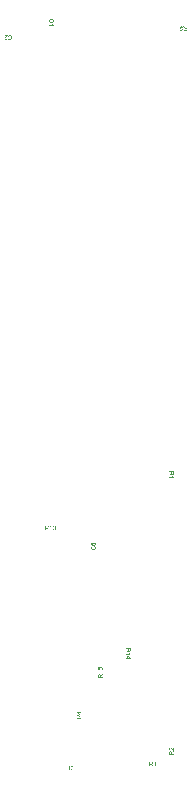
<source format=gbr>
%TF.GenerationSoftware,Altium Limited,Altium Designer,24.2.2 (26)*%
G04 Layer_Color=32768*
%FSLAX45Y45*%
%MOMM*%
%TF.SameCoordinates,979FBE80-878B-4EC3-91C7-7055811A0E5A*%
%TF.FilePolarity,Positive*%
%TF.FileFunction,Other,Top_Designator*%
%TF.Part,Single*%
G01*
G75*
G36*
X16695956Y3655721D02*
X16696416Y3655680D01*
X16696915Y3655596D01*
X16697498Y3655513D01*
X16698164Y3655388D01*
X16698831Y3655222D01*
X16699580Y3655013D01*
X16700330Y3654763D01*
X16701080Y3654472D01*
X16701830Y3654138D01*
X16702621Y3653722D01*
X16703371Y3653264D01*
X16704079Y3652722D01*
X16704121Y3652681D01*
X16704288Y3652556D01*
X16704495Y3652347D01*
X16704788Y3652056D01*
X16705162Y3651681D01*
X16705537Y3651223D01*
X16705997Y3650681D01*
X16706412Y3650056D01*
X16706828Y3649390D01*
X16707288Y3648640D01*
X16707661Y3647807D01*
X16707996Y3646890D01*
X16708328Y3645932D01*
X16708537Y3644891D01*
X16708704Y3643808D01*
X16708745Y3642641D01*
Y3642142D01*
X16708704Y3641767D01*
X16708662Y3641308D01*
X16708578Y3640809D01*
X16708495Y3640225D01*
X16708369Y3639601D01*
X16708244Y3638934D01*
X16708037Y3638226D01*
X16707787Y3637518D01*
X16707495Y3636810D01*
X16707162Y3636101D01*
X16706787Y3635393D01*
X16706329Y3634727D01*
X16705829Y3634060D01*
X16705788Y3634019D01*
X16705704Y3633935D01*
X16705537Y3633769D01*
X16705287Y3633560D01*
X16704996Y3633269D01*
X16704663Y3632977D01*
X16704247Y3632686D01*
X16703746Y3632352D01*
X16703246Y3632019D01*
X16702663Y3631686D01*
X16701997Y3631394D01*
X16701331Y3631103D01*
X16700580Y3630811D01*
X16699789Y3630603D01*
X16698914Y3630436D01*
X16698039Y3630311D01*
X16697664Y3635268D01*
X16697707D01*
X16697832Y3635310D01*
X16697998Y3635352D01*
X16698248Y3635393D01*
X16698540Y3635435D01*
X16698914Y3635560D01*
X16699706Y3635768D01*
X16700580Y3636101D01*
X16701497Y3636560D01*
X16702330Y3637101D01*
X16702705Y3637434D01*
X16703081Y3637768D01*
Y3637809D01*
X16703163Y3637851D01*
X16703246Y3637976D01*
X16703371Y3638143D01*
X16703664Y3638559D01*
X16703954Y3639142D01*
X16704288Y3639850D01*
X16704579Y3640684D01*
X16704788Y3641600D01*
X16704829Y3642100D01*
X16704871Y3642641D01*
Y3642975D01*
X16704829Y3643225D01*
X16704788Y3643516D01*
X16704745Y3643849D01*
X16704538Y3644641D01*
X16704247Y3645557D01*
X16704037Y3646016D01*
X16703789Y3646515D01*
X16703496Y3647015D01*
X16703163Y3647474D01*
X16702788Y3647932D01*
X16702330Y3648390D01*
X16702287Y3648432D01*
X16702205Y3648473D01*
X16702080Y3648598D01*
X16701872Y3648765D01*
X16701579Y3648931D01*
X16701288Y3649140D01*
X16700914Y3649348D01*
X16700497Y3649598D01*
X16700040Y3649806D01*
X16699539Y3650015D01*
X16698956Y3650223D01*
X16698372Y3650389D01*
X16697707Y3650556D01*
X16696999Y3650681D01*
X16696291Y3650723D01*
X16695499Y3650764D01*
X16695457D01*
X16695332D01*
X16695123D01*
X16694832Y3650723D01*
X16694498Y3650681D01*
X16694083Y3650639D01*
X16693665Y3650556D01*
X16693166Y3650473D01*
X16692166Y3650223D01*
X16691083Y3649806D01*
X16690582Y3649556D01*
X16690083Y3649223D01*
X16689583Y3648890D01*
X16689125Y3648473D01*
X16689082Y3648432D01*
X16689043Y3648390D01*
X16688918Y3648223D01*
X16688750Y3648057D01*
X16688583Y3647848D01*
X16688374Y3647557D01*
X16688167Y3647265D01*
X16687917Y3646890D01*
X16687709Y3646474D01*
X16687500Y3646057D01*
X16687125Y3645016D01*
X16686958Y3644474D01*
X16686835Y3643849D01*
X16686792Y3643225D01*
X16686749Y3642558D01*
Y3642183D01*
X16686792Y3641725D01*
X16686874Y3641183D01*
X16687000Y3640517D01*
X16687209Y3639809D01*
X16687459Y3639101D01*
X16687834Y3638393D01*
X16687875Y3638309D01*
X16688000Y3638101D01*
X16688251Y3637768D01*
X16688542Y3637351D01*
X16688959Y3636935D01*
X16689417Y3636435D01*
X16689958Y3635976D01*
X16690541Y3635560D01*
X16689915Y3631144D01*
X16670171Y3634852D01*
Y3653972D01*
X16674670D01*
Y3638601D01*
X16685001Y3636560D01*
X16684959Y3636601D01*
X16684875Y3636726D01*
X16684793Y3636893D01*
X16684625Y3637143D01*
X16684459Y3637476D01*
X16684251Y3637851D01*
X16684001Y3638268D01*
X16683794Y3638767D01*
X16683585Y3639267D01*
X16683334Y3639850D01*
X16682961Y3641059D01*
X16682793Y3641725D01*
X16682668Y3642391D01*
X16682626Y3643100D01*
X16682585Y3643808D01*
Y3644016D01*
X16682626Y3644308D01*
Y3644641D01*
X16682710Y3645057D01*
X16682751Y3645557D01*
X16682877Y3646141D01*
X16683002Y3646724D01*
X16683211Y3647390D01*
X16683418Y3648057D01*
X16683710Y3648765D01*
X16684042Y3649473D01*
X16684459Y3650181D01*
X16684918Y3650889D01*
X16685458Y3651597D01*
X16686084Y3652264D01*
X16686127Y3652306D01*
X16686250Y3652431D01*
X16686459Y3652597D01*
X16686710Y3652805D01*
X16687042Y3653097D01*
X16687500Y3653389D01*
X16687958Y3653680D01*
X16688499Y3654014D01*
X16689125Y3654347D01*
X16689833Y3654638D01*
X16690541Y3654972D01*
X16691374Y3655222D01*
X16692207Y3655430D01*
X16693124Y3655596D01*
X16694083Y3655721D01*
X16695082Y3655763D01*
X16695123D01*
X16695332D01*
X16695583D01*
X16695956Y3655721D01*
D02*
G37*
G36*
X16708121Y3613482D02*
X16678085D01*
X16678169Y3613399D01*
X16678378Y3613191D01*
X16678670Y3612816D01*
X16679086Y3612274D01*
X16679585Y3611649D01*
X16680127Y3610858D01*
X16680710Y3609983D01*
X16681335Y3608983D01*
Y3608942D01*
X16681419Y3608858D01*
X16681502Y3608733D01*
X16681586Y3608525D01*
X16681752Y3608275D01*
X16681877Y3607984D01*
X16682253Y3607317D01*
X16682626Y3606567D01*
X16683043Y3605734D01*
X16683418Y3604859D01*
X16683751Y3604026D01*
X16679211D01*
X16679169Y3604068D01*
X16679128Y3604193D01*
X16679002Y3604401D01*
X16678877Y3604693D01*
X16678711Y3605026D01*
X16678461Y3605443D01*
X16678210Y3605901D01*
X16677962Y3606359D01*
X16677295Y3607442D01*
X16676503Y3608608D01*
X16675670Y3609817D01*
X16674712Y3610941D01*
X16674670Y3610983D01*
X16674586Y3611066D01*
X16674461Y3611233D01*
X16674254Y3611441D01*
X16674004Y3611649D01*
X16673753Y3611941D01*
X16673045Y3612566D01*
X16672296Y3613274D01*
X16671420Y3613982D01*
X16670505Y3614607D01*
X16669547Y3615148D01*
Y3618189D01*
X16708121D01*
Y3613482D01*
D02*
G37*
G36*
Y3591071D02*
X16700122Y3585989D01*
X16700079Y3585948D01*
X16699956Y3585906D01*
X16699789Y3585781D01*
X16699539Y3585614D01*
X16699248Y3585448D01*
X16698914Y3585198D01*
X16698164Y3584698D01*
X16697289Y3584115D01*
X16696416Y3583532D01*
X16695583Y3582907D01*
X16694832Y3582324D01*
X16694791D01*
X16694748Y3582240D01*
X16694540Y3582074D01*
X16694206Y3581824D01*
X16693832Y3581449D01*
X16693414Y3581074D01*
X16692999Y3580616D01*
X16692583Y3580157D01*
X16692291Y3579741D01*
X16692249Y3579699D01*
X16692166Y3579533D01*
X16692041Y3579324D01*
X16691875Y3579033D01*
X16691708Y3578658D01*
X16691541Y3578283D01*
X16691374Y3577866D01*
X16691249Y3577408D01*
Y3577366D01*
X16691208Y3577242D01*
X16691167Y3577033D01*
X16691124Y3576742D01*
Y3576325D01*
X16691083Y3575825D01*
X16691042Y3575242D01*
Y3568702D01*
X16708121D01*
Y3563620D01*
X16669672D01*
Y3581490D01*
X16669713Y3581949D01*
Y3582407D01*
X16669756Y3582948D01*
X16669797Y3583573D01*
X16669920Y3584823D01*
X16670129Y3586114D01*
X16670380Y3587364D01*
X16670546Y3587905D01*
X16670712Y3588447D01*
Y3588489D01*
X16670755Y3588572D01*
X16670837Y3588697D01*
X16670921Y3588905D01*
X16671172Y3589405D01*
X16671545Y3589988D01*
X16672046Y3590696D01*
X16672713Y3591405D01*
X16673462Y3592113D01*
X16674379Y3592738D01*
X16674420D01*
X16674504Y3592821D01*
X16674629Y3592904D01*
X16674837Y3592987D01*
X16675087Y3593112D01*
X16675378Y3593237D01*
X16675713Y3593404D01*
X16676086Y3593571D01*
X16676961Y3593862D01*
X16677919Y3594112D01*
X16679002Y3594279D01*
X16680170Y3594362D01*
X16680209D01*
X16680334D01*
X16680585D01*
X16680835Y3594320D01*
X16681210Y3594279D01*
X16681627Y3594237D01*
X16682085Y3594154D01*
X16682585Y3594029D01*
X16683669Y3593696D01*
X16684251Y3593487D01*
X16684834Y3593237D01*
X16685417Y3592946D01*
X16686002Y3592571D01*
X16686542Y3592154D01*
X16687083Y3591696D01*
X16687125Y3591654D01*
X16687209Y3591571D01*
X16687334Y3591405D01*
X16687543Y3591196D01*
X16687750Y3590905D01*
X16688000Y3590571D01*
X16688292Y3590155D01*
X16688583Y3589655D01*
X16688875Y3589113D01*
X16689166Y3588530D01*
X16689458Y3587864D01*
X16689751Y3587114D01*
X16689999Y3586323D01*
X16690250Y3585448D01*
X16690459Y3584490D01*
X16690623Y3583490D01*
Y3583532D01*
X16690666Y3583573D01*
X16690791Y3583823D01*
X16690999Y3584198D01*
X16691249Y3584656D01*
X16691541Y3585156D01*
X16691833Y3585656D01*
X16692207Y3586156D01*
X16692542Y3586572D01*
X16692583Y3586614D01*
X16692624Y3586656D01*
X16692749Y3586781D01*
X16692915Y3586947D01*
X16693124Y3587156D01*
X16693375Y3587406D01*
X16693958Y3587947D01*
X16694707Y3588572D01*
X16695583Y3589280D01*
X16696581Y3590030D01*
X16697664Y3590780D01*
X16708121Y3597445D01*
Y3591071D01*
D02*
G37*
G36*
X16944688Y3796110D02*
X16944647Y3795651D01*
Y3795193D01*
X16944604Y3794652D01*
X16944563Y3794027D01*
X16944440Y3792777D01*
X16944231Y3791486D01*
X16943980Y3790236D01*
X16943814Y3789694D01*
X16943646Y3789153D01*
Y3789111D01*
X16943605Y3789028D01*
X16943523Y3788903D01*
X16943439Y3788695D01*
X16943188Y3788195D01*
X16942815Y3787612D01*
X16942314Y3786904D01*
X16941647Y3786195D01*
X16940898Y3785487D01*
X16939981Y3784862D01*
X16939940D01*
X16939856Y3784779D01*
X16939731Y3784696D01*
X16939523Y3784612D01*
X16939273Y3784487D01*
X16938982Y3784363D01*
X16938647Y3784196D01*
X16938274Y3784029D01*
X16937399Y3783738D01*
X16936441Y3783488D01*
X16935358Y3783321D01*
X16934190Y3783238D01*
X16934151D01*
X16934026D01*
X16933775D01*
X16933525Y3783279D01*
X16933150Y3783321D01*
X16932733Y3783363D01*
X16932275Y3783446D01*
X16931775Y3783571D01*
X16930692Y3783904D01*
X16930109Y3784113D01*
X16929526Y3784363D01*
X16928943Y3784654D01*
X16928358Y3785029D01*
X16927818Y3785446D01*
X16927277Y3785904D01*
X16927235Y3785945D01*
X16927151Y3786029D01*
X16927026Y3786195D01*
X16926817Y3786404D01*
X16926610Y3786695D01*
X16926360Y3787028D01*
X16926068Y3787445D01*
X16925777Y3787945D01*
X16925485Y3788486D01*
X16925192Y3789070D01*
X16924902Y3789736D01*
X16924609Y3790486D01*
X16924361Y3791277D01*
X16924110Y3792152D01*
X16923901Y3793110D01*
X16923737Y3794110D01*
Y3794068D01*
X16923694Y3794027D01*
X16923569Y3793777D01*
X16923361Y3793402D01*
X16923111Y3792944D01*
X16922820Y3792444D01*
X16922527Y3791944D01*
X16922153Y3791444D01*
X16921819Y3791027D01*
X16921777Y3790986D01*
X16921736Y3790944D01*
X16921611Y3790819D01*
X16921445Y3790653D01*
X16921236Y3790444D01*
X16920985Y3790194D01*
X16920403Y3789653D01*
X16919653Y3789028D01*
X16918777Y3788320D01*
X16917780Y3787570D01*
X16916696Y3786820D01*
X16906239Y3780155D01*
Y3786529D01*
X16914238Y3791611D01*
X16914281Y3791652D01*
X16914404Y3791694D01*
X16914571Y3791819D01*
X16914821Y3791986D01*
X16915112Y3792152D01*
X16915446Y3792402D01*
X16916196Y3792902D01*
X16917072Y3793485D01*
X16917944Y3794068D01*
X16918777Y3794693D01*
X16919528Y3795276D01*
X16919569D01*
X16919612Y3795360D01*
X16919820Y3795526D01*
X16920152Y3795776D01*
X16920528Y3796151D01*
X16920946Y3796526D01*
X16921361Y3796984D01*
X16921777Y3797442D01*
X16922069Y3797859D01*
X16922112Y3797901D01*
X16922194Y3798067D01*
X16922319Y3798276D01*
X16922485Y3798567D01*
X16922652Y3798942D01*
X16922820Y3799317D01*
X16922986Y3799734D01*
X16923111Y3800192D01*
Y3800233D01*
X16923152Y3800358D01*
X16923193Y3800567D01*
X16923236Y3800858D01*
Y3801275D01*
X16923277Y3801775D01*
X16923318Y3802358D01*
Y3808898D01*
X16906239D01*
Y3813980D01*
X16944688D01*
Y3796110D01*
D02*
G37*
G36*
X16935191Y3773532D02*
X16935233Y3773407D01*
X16935358Y3773199D01*
X16935483Y3772907D01*
X16935649Y3772574D01*
X16935899Y3772157D01*
X16936150Y3771699D01*
X16936398Y3771241D01*
X16937065Y3770158D01*
X16937857Y3768991D01*
X16938690Y3767783D01*
X16939648Y3766659D01*
X16939690Y3766617D01*
X16939774Y3766534D01*
X16939899Y3766367D01*
X16940106Y3766159D01*
X16940356Y3765951D01*
X16940607Y3765659D01*
X16941315Y3765034D01*
X16942064Y3764326D01*
X16942940Y3763618D01*
X16943855Y3762993D01*
X16944814Y3762451D01*
Y3759411D01*
X16906239D01*
Y3764118D01*
X16936275D01*
X16936191Y3764201D01*
X16935982Y3764409D01*
X16935690Y3764784D01*
X16935274Y3765326D01*
X16934773Y3765951D01*
X16934233Y3766742D01*
X16933650Y3767617D01*
X16933025Y3768617D01*
Y3768658D01*
X16932941Y3768742D01*
X16932858Y3768866D01*
X16932774Y3769075D01*
X16932608Y3769325D01*
X16932483Y3769616D01*
X16932108Y3770283D01*
X16931734Y3771033D01*
X16931317Y3771866D01*
X16930942Y3772740D01*
X16930609Y3773574D01*
X16935149D01*
X16935191Y3773532D01*
D02*
G37*
G36*
X16944688Y3731334D02*
Y3727460D01*
X16919778D01*
Y3722253D01*
X16915446D01*
Y3727460D01*
X16906239D01*
Y3732168D01*
X16915446D01*
Y3748913D01*
X16919778D01*
X16944688Y3731334D01*
D02*
G37*
G36*
X17158929Y2816860D02*
X17154222D01*
Y2846894D01*
X17154140Y2846811D01*
X17153931Y2846602D01*
X17153555Y2846311D01*
X17153014Y2845894D01*
X17152390Y2845394D01*
X17151598Y2844853D01*
X17150723Y2844270D01*
X17149722Y2843645D01*
X17149683D01*
X17149599Y2843561D01*
X17149474Y2843478D01*
X17149265Y2843395D01*
X17149014Y2843228D01*
X17148724Y2843103D01*
X17148058Y2842728D01*
X17147307Y2842353D01*
X17146474Y2841937D01*
X17145599Y2841562D01*
X17144766Y2841229D01*
Y2845769D01*
X17144807Y2845811D01*
X17144933Y2845853D01*
X17145142Y2845978D01*
X17145433Y2846103D01*
X17145766Y2846269D01*
X17146182Y2846519D01*
X17146642Y2846769D01*
X17147099Y2847019D01*
X17148183Y2847685D01*
X17149348Y2848477D01*
X17150557Y2849310D01*
X17151682Y2850268D01*
X17151723Y2850310D01*
X17151807Y2850393D01*
X17151973Y2850518D01*
X17152180Y2850726D01*
X17152390Y2850976D01*
X17152681Y2851226D01*
X17153307Y2851934D01*
X17154015Y2852684D01*
X17154723Y2853559D01*
X17155347Y2854475D01*
X17155888Y2855433D01*
X17158929D01*
Y2816860D01*
D02*
G37*
G36*
X17122688Y2855267D02*
X17123148D01*
X17123688Y2855225D01*
X17124313Y2855184D01*
X17125563Y2855059D01*
X17126854Y2854850D01*
X17128104Y2854600D01*
X17128645Y2854434D01*
X17129187Y2854267D01*
X17129230D01*
X17129312Y2854225D01*
X17129437Y2854142D01*
X17129645Y2854059D01*
X17130145Y2853809D01*
X17130728Y2853434D01*
X17131436Y2852934D01*
X17132146Y2852268D01*
X17132854Y2851518D01*
X17133478Y2850601D01*
Y2850560D01*
X17133562Y2850476D01*
X17133644Y2850351D01*
X17133727Y2850143D01*
X17133852Y2849893D01*
X17133977Y2849602D01*
X17134145Y2849268D01*
X17134311Y2848893D01*
X17134602Y2848019D01*
X17134853Y2847061D01*
X17135019Y2845978D01*
X17135101Y2844811D01*
Y2844770D01*
Y2844645D01*
Y2844395D01*
X17135060Y2844145D01*
X17135019Y2843770D01*
X17134978Y2843353D01*
X17134894Y2842895D01*
X17134769Y2842395D01*
X17134436Y2841312D01*
X17134227Y2840729D01*
X17133977Y2840146D01*
X17133685Y2839563D01*
X17133311Y2838979D01*
X17132893Y2838438D01*
X17132436Y2837896D01*
X17132394Y2837855D01*
X17132310Y2837771D01*
X17132146Y2837646D01*
X17131937Y2837438D01*
X17131645Y2837230D01*
X17131311Y2836980D01*
X17130894Y2836688D01*
X17130396Y2836397D01*
X17129852Y2836105D01*
X17129269Y2835813D01*
X17128604Y2835522D01*
X17127853Y2835230D01*
X17127063Y2834980D01*
X17126189Y2834730D01*
X17125230Y2834522D01*
X17124229Y2834356D01*
X17124272D01*
X17124313Y2834314D01*
X17124564Y2834189D01*
X17124937Y2833981D01*
X17125397Y2833731D01*
X17125896Y2833439D01*
X17126396Y2833147D01*
X17126897Y2832773D01*
X17127312Y2832439D01*
X17127354Y2832398D01*
X17127396Y2832356D01*
X17127521Y2832231D01*
X17127687Y2832064D01*
X17127896Y2831856D01*
X17128146Y2831606D01*
X17128687Y2831023D01*
X17129312Y2830273D01*
X17130020Y2829398D01*
X17130769Y2828399D01*
X17131520Y2827316D01*
X17138185Y2816860D01*
X17131812D01*
X17126729Y2824858D01*
X17126688Y2824900D01*
X17126646Y2825025D01*
X17126521Y2825191D01*
X17126353Y2825441D01*
X17126189Y2825733D01*
X17125938Y2826066D01*
X17125438Y2826816D01*
X17124855Y2827691D01*
X17124272Y2828565D01*
X17123647Y2829398D01*
X17123064Y2830148D01*
Y2830190D01*
X17122980Y2830232D01*
X17122813Y2830440D01*
X17122565Y2830773D01*
X17122189Y2831148D01*
X17121814Y2831565D01*
X17121356Y2831981D01*
X17120897Y2832398D01*
X17120480Y2832689D01*
X17120439Y2832731D01*
X17120273Y2832814D01*
X17120064Y2832939D01*
X17119772Y2833106D01*
X17119398Y2833272D01*
X17119023Y2833439D01*
X17118607Y2833606D01*
X17118147Y2833731D01*
X17118106D01*
X17117982Y2833772D01*
X17117773Y2833814D01*
X17117482Y2833856D01*
X17117065D01*
X17116565Y2833897D01*
X17115982Y2833939D01*
X17109442D01*
Y2816860D01*
X17104359D01*
Y2855308D01*
X17122231D01*
X17122688Y2855267D01*
D02*
G37*
G36*
X16518575Y3274832D02*
X16527780D01*
Y3270125D01*
X16518575D01*
Y3253379D01*
X16514243D01*
X16489333Y3270958D01*
Y3274832D01*
X16514243D01*
Y3280039D01*
X16518575D01*
Y3274832D01*
D02*
G37*
G36*
X16527780Y3245631D02*
X16519781Y3240549D01*
X16519740Y3240508D01*
X16519615Y3240466D01*
X16519449Y3240341D01*
X16519199Y3240174D01*
X16518907Y3240008D01*
X16518575Y3239758D01*
X16517824Y3239258D01*
X16516949Y3238675D01*
X16516075Y3238092D01*
X16515242Y3237467D01*
X16514491Y3236884D01*
X16514450D01*
X16514407Y3236800D01*
X16514200Y3236634D01*
X16513867Y3236384D01*
X16513492Y3236009D01*
X16513075Y3235634D01*
X16512659Y3235176D01*
X16512242Y3234717D01*
X16511951Y3234301D01*
X16511909Y3234259D01*
X16511826Y3234093D01*
X16511700Y3233884D01*
X16511534Y3233593D01*
X16511368Y3233218D01*
X16511201Y3232843D01*
X16511034Y3232426D01*
X16510909Y3231968D01*
Y3231926D01*
X16510867Y3231802D01*
X16510826Y3231593D01*
X16510783Y3231302D01*
Y3230885D01*
X16510744Y3230385D01*
X16510701Y3229802D01*
Y3223262D01*
X16527780D01*
Y3218180D01*
X16489333D01*
Y3236050D01*
X16489372Y3236509D01*
Y3236967D01*
X16489415Y3237508D01*
X16489456Y3238133D01*
X16489581Y3239383D01*
X16489790Y3240674D01*
X16490041Y3241924D01*
X16490205Y3242465D01*
X16490373Y3243007D01*
Y3243049D01*
X16490414Y3243132D01*
X16490498Y3243257D01*
X16490581Y3243465D01*
X16490831Y3243965D01*
X16491206Y3244548D01*
X16491705Y3245256D01*
X16492372Y3245965D01*
X16493121Y3246673D01*
X16494038Y3247298D01*
X16494080D01*
X16494164Y3247381D01*
X16494289Y3247464D01*
X16494498Y3247547D01*
X16494746Y3247672D01*
X16495038Y3247797D01*
X16495372Y3247964D01*
X16495747Y3248131D01*
X16496622Y3248422D01*
X16497578Y3248672D01*
X16498662Y3248839D01*
X16499829Y3248922D01*
X16499870D01*
X16499995D01*
X16500246D01*
X16500494Y3248880D01*
X16500870Y3248839D01*
X16501286Y3248797D01*
X16501746Y3248714D01*
X16502245Y3248589D01*
X16503328Y3248256D01*
X16503911Y3248047D01*
X16504494Y3247797D01*
X16505077Y3247506D01*
X16505661Y3247131D01*
X16506203Y3246714D01*
X16506744Y3246256D01*
X16506786Y3246214D01*
X16506870Y3246131D01*
X16506995Y3245965D01*
X16507202Y3245756D01*
X16507410Y3245465D01*
X16507660Y3245131D01*
X16507951Y3244715D01*
X16508243Y3244215D01*
X16508534Y3243673D01*
X16508827Y3243090D01*
X16509119Y3242424D01*
X16509410Y3241674D01*
X16509660Y3240883D01*
X16509911Y3240008D01*
X16510118Y3239050D01*
X16510284Y3238050D01*
Y3238092D01*
X16510326Y3238133D01*
X16510451Y3238383D01*
X16510658Y3238758D01*
X16510909Y3239216D01*
X16511201Y3239716D01*
X16511493Y3240216D01*
X16511867Y3240716D01*
X16512201Y3241132D01*
X16512242Y3241174D01*
X16512283Y3241216D01*
X16512408Y3241341D01*
X16512576Y3241507D01*
X16512784Y3241716D01*
X16513034Y3241966D01*
X16513617Y3242507D01*
X16514368Y3243132D01*
X16515242Y3243840D01*
X16516241Y3244590D01*
X16517323Y3245340D01*
X16527780Y3252005D01*
Y3245631D01*
D02*
G37*
G36*
X17310100Y2949537D02*
X17310017D01*
X17309808D01*
X17309476D01*
X17309059Y2949579D01*
X17308559Y2949621D01*
X17308017Y2949746D01*
X17307434Y2949871D01*
X17306851Y2950079D01*
X17306808D01*
X17306726Y2950121D01*
X17306601Y2950162D01*
X17306393Y2950246D01*
X17306184Y2950371D01*
X17305893Y2950495D01*
X17305226Y2950829D01*
X17304436Y2951245D01*
X17303560Y2951787D01*
X17302644Y2952412D01*
X17301727Y2953161D01*
X17301685Y2953203D01*
X17301602Y2953245D01*
X17301477Y2953370D01*
X17301270Y2953578D01*
X17301060Y2953786D01*
X17300769Y2954078D01*
X17300436Y2954370D01*
X17300061Y2954744D01*
X17299644Y2955161D01*
X17299228Y2955619D01*
X17298727Y2956119D01*
X17298228Y2956702D01*
X17297687Y2957285D01*
X17297145Y2957952D01*
X17296562Y2958618D01*
X17295937Y2959368D01*
X17295895Y2959452D01*
X17295686Y2959660D01*
X17295438Y2959951D01*
X17295062Y2960368D01*
X17294646Y2960868D01*
X17294147Y2961451D01*
X17293604Y2962118D01*
X17292979Y2962784D01*
X17291689Y2964200D01*
X17290314Y2965575D01*
X17289647Y2966241D01*
X17288980Y2966866D01*
X17288356Y2967408D01*
X17287772Y2967866D01*
X17287730Y2967908D01*
X17287646Y2967949D01*
X17287482Y2968074D01*
X17287273Y2968199D01*
X17286981Y2968408D01*
X17286690Y2968574D01*
X17285941Y2968991D01*
X17285065Y2969407D01*
X17284106Y2969782D01*
X17283107Y2970032D01*
X17282607Y2970074D01*
X17282108Y2970115D01*
X17282066D01*
X17281982D01*
X17281816D01*
X17281648Y2970074D01*
X17281400D01*
X17281107Y2969991D01*
X17280482Y2969866D01*
X17279733Y2969616D01*
X17278941Y2969241D01*
X17278525Y2969032D01*
X17278149Y2968741D01*
X17277776Y2968449D01*
X17277400Y2968074D01*
X17277357Y2968033D01*
X17277316Y2967991D01*
X17277232Y2967866D01*
X17277107Y2967699D01*
X17276942Y2967491D01*
X17276775Y2967241D01*
X17276401Y2966658D01*
X17276067Y2965867D01*
X17275734Y2964992D01*
X17275526Y2963950D01*
X17275443Y2963367D01*
Y2962451D01*
X17275484Y2962201D01*
Y2961909D01*
X17275568Y2961576D01*
X17275693Y2960826D01*
X17275941Y2959951D01*
X17276317Y2959035D01*
X17276567Y2958577D01*
X17276817Y2958119D01*
X17277150Y2957702D01*
X17277525Y2957285D01*
X17277567Y2957244D01*
X17277608Y2957202D01*
X17277733Y2957119D01*
X17277901Y2956952D01*
X17278108Y2956827D01*
X17278358Y2956661D01*
X17278650Y2956452D01*
X17278983Y2956286D01*
X17279358Y2956077D01*
X17279774Y2955911D01*
X17280774Y2955578D01*
X17281857Y2955328D01*
X17282481Y2955286D01*
X17283150Y2955244D01*
X17282649Y2950412D01*
X17282565D01*
X17282399Y2950454D01*
X17282149Y2950495D01*
X17281773Y2950537D01*
X17281316Y2950620D01*
X17280774Y2950745D01*
X17280191Y2950870D01*
X17279565Y2951079D01*
X17278941Y2951287D01*
X17278233Y2951537D01*
X17277567Y2951870D01*
X17276900Y2952203D01*
X17276192Y2952620D01*
X17275568Y2953078D01*
X17274942Y2953578D01*
X17274400Y2954161D01*
X17274359Y2954203D01*
X17274277Y2954328D01*
X17274152Y2954494D01*
X17273943Y2954744D01*
X17273734Y2955078D01*
X17273483Y2955494D01*
X17273235Y2955952D01*
X17272943Y2956494D01*
X17272693Y2957077D01*
X17272443Y2957744D01*
X17272192Y2958452D01*
X17271985Y2959243D01*
X17271776Y2960076D01*
X17271652Y2960951D01*
X17271568Y2961909D01*
X17271527Y2962909D01*
Y2963451D01*
X17271568Y2963825D01*
X17271609Y2964284D01*
X17271693Y2964825D01*
X17271776Y2965450D01*
X17271901Y2966075D01*
X17272067Y2966783D01*
X17272276Y2967491D01*
X17272527Y2968241D01*
X17272818Y2968949D01*
X17273193Y2969699D01*
X17273608Y2970407D01*
X17274068Y2971074D01*
X17274609Y2971698D01*
X17274651Y2971740D01*
X17274734Y2971823D01*
X17274942Y2971990D01*
X17275151Y2972198D01*
X17275443Y2972448D01*
X17275816Y2972740D01*
X17276234Y2973031D01*
X17276733Y2973323D01*
X17277232Y2973615D01*
X17277817Y2973906D01*
X17278441Y2974198D01*
X17279108Y2974448D01*
X17279858Y2974656D01*
X17280608Y2974823D01*
X17281400Y2974906D01*
X17282233Y2974948D01*
X17282274D01*
X17282315D01*
X17282440D01*
X17282607D01*
X17283064Y2974906D01*
X17283649Y2974823D01*
X17284357Y2974698D01*
X17285106Y2974531D01*
X17285941Y2974323D01*
X17286774Y2973989D01*
X17286813D01*
X17286856Y2973948D01*
X17286981Y2973906D01*
X17287148Y2973823D01*
X17287605Y2973573D01*
X17288190Y2973240D01*
X17288898Y2972781D01*
X17289690Y2972240D01*
X17290521Y2971615D01*
X17291438Y2970824D01*
X17291479Y2970782D01*
X17291563Y2970740D01*
X17291689Y2970574D01*
X17291896Y2970407D01*
X17292146Y2970157D01*
X17292438Y2969866D01*
X17292813Y2969532D01*
X17293188Y2969116D01*
X17293646Y2968616D01*
X17294147Y2968074D01*
X17294730Y2967491D01*
X17295312Y2966825D01*
X17295979Y2966116D01*
X17296645Y2965325D01*
X17297395Y2964450D01*
X17298186Y2963534D01*
X17298228Y2963492D01*
X17298354Y2963367D01*
X17298520Y2963117D01*
X17298770Y2962867D01*
X17299062Y2962492D01*
X17299394Y2962118D01*
X17300143Y2961243D01*
X17300935Y2960326D01*
X17301768Y2959452D01*
X17302144Y2959035D01*
X17302477Y2958660D01*
X17302811Y2958327D01*
X17303059Y2958077D01*
X17303102Y2958035D01*
X17303268Y2957869D01*
X17303519Y2957660D01*
X17303851Y2957369D01*
X17304227Y2957035D01*
X17304643Y2956702D01*
X17305559Y2956036D01*
Y2974989D01*
X17310100D01*
Y2949537D01*
D02*
G37*
G36*
Y2940831D02*
X17302103Y2935749D01*
X17302060Y2935708D01*
X17301935Y2935666D01*
X17301768Y2935541D01*
X17301518Y2935374D01*
X17301227Y2935208D01*
X17300894Y2934958D01*
X17300143Y2934458D01*
X17299269Y2933875D01*
X17298395Y2933292D01*
X17297562Y2932667D01*
X17296812Y2932084D01*
X17296770D01*
X17296729Y2932000D01*
X17296519Y2931834D01*
X17296187Y2931584D01*
X17295811Y2931209D01*
X17295395Y2930834D01*
X17294978Y2930376D01*
X17294562Y2929917D01*
X17294270Y2929501D01*
X17294229Y2929459D01*
X17294147Y2929293D01*
X17294022Y2929084D01*
X17293854Y2928793D01*
X17293687Y2928418D01*
X17293521Y2928043D01*
X17293353Y2927626D01*
X17293230Y2927168D01*
Y2927126D01*
X17293188Y2927002D01*
X17293146Y2926793D01*
X17293105Y2926502D01*
Y2926085D01*
X17293063Y2925585D01*
X17293021Y2925002D01*
Y2918462D01*
X17310100D01*
Y2913380D01*
X17271652D01*
Y2931250D01*
X17271693Y2931709D01*
Y2932167D01*
X17271735Y2932708D01*
X17271776Y2933333D01*
X17271901Y2934583D01*
X17272110Y2935874D01*
X17272360Y2937124D01*
X17272527Y2937665D01*
X17272693Y2938207D01*
Y2938249D01*
X17272736Y2938332D01*
X17272818Y2938457D01*
X17272900Y2938665D01*
X17273151Y2939165D01*
X17273526Y2939748D01*
X17274026Y2940456D01*
X17274692Y2941165D01*
X17275443Y2941873D01*
X17276360Y2942498D01*
X17276401D01*
X17276485Y2942581D01*
X17276608Y2942664D01*
X17276817Y2942747D01*
X17277068Y2942872D01*
X17277357Y2942997D01*
X17277692Y2943164D01*
X17278067Y2943331D01*
X17278941Y2943622D01*
X17279900Y2943872D01*
X17280981Y2944039D01*
X17282149Y2944122D01*
X17282190D01*
X17282315D01*
X17282565D01*
X17282816Y2944080D01*
X17283189Y2944039D01*
X17283607Y2943997D01*
X17284065Y2943914D01*
X17284566Y2943789D01*
X17285648Y2943456D01*
X17286230Y2943247D01*
X17286813Y2942997D01*
X17287396Y2942706D01*
X17287981Y2942331D01*
X17288522Y2941914D01*
X17289064Y2941456D01*
X17289105Y2941414D01*
X17289189Y2941331D01*
X17289314Y2941165D01*
X17289522Y2940956D01*
X17289729Y2940665D01*
X17289980Y2940331D01*
X17290273Y2939915D01*
X17290562Y2939415D01*
X17290855Y2938873D01*
X17291147Y2938290D01*
X17291438Y2937624D01*
X17291730Y2936874D01*
X17291980Y2936083D01*
X17292230Y2935208D01*
X17292438Y2934250D01*
X17292604Y2933250D01*
Y2933292D01*
X17292645Y2933333D01*
X17292770Y2933583D01*
X17292979Y2933958D01*
X17293230Y2934416D01*
X17293521Y2934916D01*
X17293813Y2935416D01*
X17294186Y2935916D01*
X17294521Y2936332D01*
X17294562Y2936374D01*
X17294604Y2936416D01*
X17294730Y2936541D01*
X17294896Y2936707D01*
X17295103Y2936916D01*
X17295354Y2937166D01*
X17295937Y2937707D01*
X17296687Y2938332D01*
X17297562Y2939040D01*
X17298561Y2939790D01*
X17299644Y2940540D01*
X17310100Y2947205D01*
Y2940831D01*
D02*
G37*
G36*
X16637537Y4709435D02*
X16637994Y4709394D01*
X16638495Y4709310D01*
X16639078Y4709227D01*
X16639745Y4709102D01*
X16640411Y4708935D01*
X16641161Y4708727D01*
X16641910Y4708477D01*
X16642661Y4708186D01*
X16643410Y4707852D01*
X16644202Y4707436D01*
X16644951Y4706978D01*
X16645659Y4706436D01*
X16645702Y4706394D01*
X16645868Y4706269D01*
X16646075Y4706061D01*
X16646368Y4705770D01*
X16646742Y4705395D01*
X16647118Y4704936D01*
X16647575Y4704395D01*
X16647992Y4703770D01*
X16648409Y4703104D01*
X16648866Y4702354D01*
X16649242Y4701521D01*
X16649574Y4700604D01*
X16649908Y4699646D01*
X16650117Y4698605D01*
X16650282Y4697522D01*
X16650325Y4696355D01*
Y4695855D01*
X16650282Y4695481D01*
X16650243Y4695022D01*
X16650159Y4694522D01*
X16650075Y4693939D01*
X16649950Y4693314D01*
X16649825Y4692648D01*
X16649617Y4691940D01*
X16649367Y4691232D01*
X16649075Y4690524D01*
X16648743Y4689815D01*
X16648367Y4689107D01*
X16647910Y4688441D01*
X16647409Y4687774D01*
X16647366Y4687733D01*
X16647284Y4687649D01*
X16647118Y4687483D01*
X16646867Y4687274D01*
X16646576Y4686983D01*
X16646243Y4686691D01*
X16645827Y4686400D01*
X16645326Y4686066D01*
X16644826Y4685733D01*
X16644243Y4685400D01*
X16643578Y4685108D01*
X16642909Y4684817D01*
X16642160Y4684525D01*
X16641370Y4684317D01*
X16640494Y4684150D01*
X16639619Y4684025D01*
X16639244Y4688982D01*
X16639285D01*
X16639410Y4689024D01*
X16639578Y4689066D01*
X16639828Y4689107D01*
X16640118Y4689149D01*
X16640494Y4689274D01*
X16641286Y4689482D01*
X16642160Y4689815D01*
X16643077Y4690274D01*
X16643910Y4690815D01*
X16644286Y4691148D01*
X16644659Y4691482D01*
Y4691523D01*
X16644743Y4691565D01*
X16644826Y4691690D01*
X16644951Y4691857D01*
X16645242Y4692273D01*
X16645534Y4692856D01*
X16645868Y4693564D01*
X16646159Y4694398D01*
X16646368Y4695314D01*
X16646410Y4695814D01*
X16646451Y4696355D01*
Y4696689D01*
X16646410Y4696939D01*
X16646368Y4697230D01*
X16646326Y4697563D01*
X16646118Y4698355D01*
X16645827Y4699271D01*
X16645618Y4699729D01*
X16645367Y4700229D01*
X16645076Y4700729D01*
X16644743Y4701187D01*
X16644368Y4701646D01*
X16643910Y4702104D01*
X16643867Y4702146D01*
X16643785Y4702187D01*
X16643660Y4702312D01*
X16643452Y4702479D01*
X16643159Y4702645D01*
X16642868Y4702854D01*
X16642494Y4703062D01*
X16642078Y4703312D01*
X16641618Y4703520D01*
X16641119Y4703728D01*
X16640536Y4703937D01*
X16639952Y4704103D01*
X16639285Y4704270D01*
X16638577Y4704395D01*
X16637869Y4704437D01*
X16637077Y4704478D01*
X16637038D01*
X16636913D01*
X16636703D01*
X16636412Y4704437D01*
X16636078Y4704395D01*
X16635661Y4704353D01*
X16635245Y4704270D01*
X16634744Y4704187D01*
X16633746Y4703937D01*
X16632663Y4703520D01*
X16632162Y4703270D01*
X16631664Y4702937D01*
X16631163Y4702604D01*
X16630705Y4702187D01*
X16630663Y4702146D01*
X16630621Y4702104D01*
X16630498Y4701937D01*
X16630330Y4701771D01*
X16630164Y4701562D01*
X16629955Y4701271D01*
X16629747Y4700979D01*
X16629497Y4700604D01*
X16629289Y4700188D01*
X16629080Y4699771D01*
X16628705Y4698730D01*
X16628539Y4698188D01*
X16628413Y4697563D01*
X16628372Y4696939D01*
X16628329Y4696272D01*
Y4695897D01*
X16628372Y4695439D01*
X16628455Y4694897D01*
X16628580Y4694231D01*
X16628789Y4693523D01*
X16629039Y4692815D01*
X16629414Y4692106D01*
X16629456Y4692023D01*
X16629581Y4691815D01*
X16629829Y4691482D01*
X16630122Y4691065D01*
X16630537Y4690648D01*
X16630997Y4690149D01*
X16631538Y4689690D01*
X16632121Y4689274D01*
X16631496Y4684858D01*
X16611751Y4688566D01*
Y4707686D01*
X16616251D01*
Y4692315D01*
X16626581Y4690274D01*
X16626540Y4690315D01*
X16626456Y4690440D01*
X16626373Y4690607D01*
X16626205Y4690857D01*
X16626039Y4691190D01*
X16625832Y4691565D01*
X16625581Y4691981D01*
X16625372Y4692481D01*
X16625165Y4692981D01*
X16624915Y4693564D01*
X16624541Y4694772D01*
X16624373Y4695439D01*
X16624248Y4696105D01*
X16624207Y4696814D01*
X16624165Y4697522D01*
Y4697730D01*
X16624207Y4698022D01*
Y4698355D01*
X16624290Y4698771D01*
X16624332Y4699271D01*
X16624455Y4699854D01*
X16624580Y4700438D01*
X16624789Y4701104D01*
X16624998Y4701771D01*
X16625290Y4702479D01*
X16625623Y4703187D01*
X16626039Y4703895D01*
X16626498Y4704603D01*
X16627039Y4705311D01*
X16627664Y4705978D01*
X16627705Y4706020D01*
X16627831Y4706145D01*
X16628040Y4706311D01*
X16628288Y4706519D01*
X16628622Y4706811D01*
X16629080Y4707103D01*
X16629538Y4707394D01*
X16630080Y4707727D01*
X16630705Y4708061D01*
X16631413Y4708352D01*
X16632121Y4708686D01*
X16632954Y4708935D01*
X16633788Y4709144D01*
X16634705Y4709310D01*
X16635661Y4709435D01*
X16636662Y4709477D01*
X16636703D01*
X16636913D01*
X16637161D01*
X16637537Y4709435D01*
D02*
G37*
G36*
X16637785Y4679568D02*
X16638078Y4679485D01*
X16638536Y4679318D01*
X16639037Y4679151D01*
X16639661Y4678901D01*
X16640327Y4678652D01*
X16641035Y4678318D01*
X16641827Y4677943D01*
X16642577Y4677527D01*
X16643410Y4677069D01*
X16644202Y4676527D01*
X16644951Y4675944D01*
X16645702Y4675319D01*
X16646410Y4674611D01*
X16647076Y4673861D01*
X16647118Y4673819D01*
X16647202Y4673653D01*
X16647366Y4673445D01*
X16647575Y4673111D01*
X16647826Y4672736D01*
X16648117Y4672237D01*
X16648409Y4671695D01*
X16648700Y4671029D01*
X16648991Y4670320D01*
X16649283Y4669571D01*
X16649574Y4668737D01*
X16649825Y4667821D01*
X16650034Y4666863D01*
X16650200Y4665863D01*
X16650282Y4664822D01*
X16650325Y4663697D01*
Y4663114D01*
X16650282Y4662656D01*
X16650243Y4662156D01*
X16650200Y4661531D01*
X16650117Y4660864D01*
X16649992Y4660115D01*
X16649867Y4659323D01*
X16649699Y4658490D01*
X16649492Y4657657D01*
X16649283Y4656824D01*
X16648991Y4655949D01*
X16648659Y4655116D01*
X16648283Y4654324D01*
X16647826Y4653575D01*
X16647784Y4653533D01*
X16647701Y4653408D01*
X16647575Y4653200D01*
X16647366Y4652950D01*
X16647076Y4652617D01*
X16646783Y4652242D01*
X16646410Y4651825D01*
X16645950Y4651367D01*
X16645451Y4650909D01*
X16644910Y4650409D01*
X16644325Y4649951D01*
X16643660Y4649451D01*
X16642952Y4648951D01*
X16642203Y4648493D01*
X16641370Y4648076D01*
X16640494Y4647659D01*
X16640453Y4647618D01*
X16640286Y4647576D01*
X16639993Y4647493D01*
X16639661Y4647368D01*
X16639203Y4647201D01*
X16638702Y4647035D01*
X16638078Y4646868D01*
X16637411Y4646660D01*
X16636662Y4646493D01*
X16635870Y4646285D01*
X16635037Y4646118D01*
X16634122Y4645993D01*
X16632204Y4645743D01*
X16631206Y4645702D01*
X16630205Y4645660D01*
X16630122D01*
X16629955D01*
X16629622D01*
X16629205Y4645702D01*
X16628664Y4645743D01*
X16628040Y4645785D01*
X16627373Y4645868D01*
X16626624Y4645952D01*
X16625832Y4646077D01*
X16624998Y4646202D01*
X16623207Y4646618D01*
X16622331Y4646910D01*
X16621457Y4647201D01*
X16620541Y4647535D01*
X16619708Y4647951D01*
X16619666Y4647993D01*
X16619499Y4648076D01*
X16619292Y4648201D01*
X16618958Y4648368D01*
X16618584Y4648618D01*
X16618166Y4648909D01*
X16617708Y4649242D01*
X16617168Y4649617D01*
X16616667Y4650076D01*
X16616084Y4650534D01*
X16615543Y4651075D01*
X16614960Y4651658D01*
X16614417Y4652283D01*
X16613876Y4652950D01*
X16613376Y4653700D01*
X16612918Y4654449D01*
X16612875Y4654491D01*
X16612834Y4654658D01*
X16612709Y4654866D01*
X16612543Y4655199D01*
X16612376Y4655574D01*
X16612167Y4656074D01*
X16611960Y4656616D01*
X16611751Y4657199D01*
X16611543Y4657865D01*
X16611336Y4658615D01*
X16611127Y4659365D01*
X16610960Y4660198D01*
X16610667Y4661906D01*
X16610628Y4662822D01*
X16610585Y4663780D01*
Y4664322D01*
X16610628Y4664738D01*
X16610667Y4665238D01*
X16610751Y4665822D01*
X16610835Y4666446D01*
X16610960Y4667154D01*
X16611127Y4667904D01*
X16611293Y4668696D01*
X16611543Y4669487D01*
X16611835Y4670320D01*
X16612167Y4671153D01*
X16612585Y4671945D01*
X16613000Y4672736D01*
X16613544Y4673486D01*
X16613583Y4673528D01*
X16613667Y4673653D01*
X16613834Y4673861D01*
X16614084Y4674111D01*
X16614375Y4674444D01*
X16614751Y4674819D01*
X16615167Y4675194D01*
X16615668Y4675652D01*
X16616209Y4676111D01*
X16616833Y4676569D01*
X16617500Y4677027D01*
X16618250Y4677444D01*
X16619041Y4677902D01*
X16619916Y4678277D01*
X16620831Y4678652D01*
X16621790Y4678985D01*
X16622957Y4673986D01*
X16622916D01*
X16622791Y4673903D01*
X16622540Y4673861D01*
X16622249Y4673736D01*
X16621915Y4673611D01*
X16621541Y4673403D01*
X16620624Y4672986D01*
X16619624Y4672445D01*
X16618584Y4671737D01*
X16617625Y4670987D01*
X16617207Y4670529D01*
X16616833Y4670070D01*
X16616792Y4670029D01*
X16616750Y4669945D01*
X16616667Y4669820D01*
X16616542Y4669612D01*
X16616376Y4669362D01*
X16616209Y4669071D01*
X16616042Y4668737D01*
X16615875Y4668321D01*
X16615709Y4667863D01*
X16615543Y4667404D01*
X16615208Y4666321D01*
X16615001Y4665072D01*
X16614917Y4664405D01*
Y4663280D01*
X16614960Y4662947D01*
X16615001Y4662572D01*
X16615042Y4662114D01*
X16615083Y4661614D01*
X16615167Y4661114D01*
X16615459Y4659906D01*
X16615834Y4658657D01*
X16616084Y4658032D01*
X16616376Y4657407D01*
X16616708Y4656824D01*
X16617084Y4656241D01*
X16617125Y4656199D01*
X16617168Y4656116D01*
X16617291Y4655949D01*
X16617458Y4655741D01*
X16617667Y4655532D01*
X16617958Y4655241D01*
X16618250Y4654949D01*
X16618584Y4654616D01*
X16619000Y4654283D01*
X16619415Y4653908D01*
X16620374Y4653241D01*
X16621500Y4652617D01*
X16622791Y4652075D01*
X16622832D01*
X16622957Y4652033D01*
X16623164Y4651950D01*
X16623415Y4651908D01*
X16623747Y4651825D01*
X16624123Y4651700D01*
X16624580Y4651617D01*
X16625040Y4651492D01*
X16625581Y4651367D01*
X16626164Y4651284D01*
X16627414Y4651075D01*
X16628748Y4650950D01*
X16630164Y4650909D01*
X16630205D01*
X16630373D01*
X16630621D01*
X16630997Y4650950D01*
X16631413D01*
X16631914Y4650992D01*
X16632454Y4651034D01*
X16633080Y4651075D01*
X16633746Y4651159D01*
X16634412Y4651242D01*
X16635870Y4651492D01*
X16637328Y4651867D01*
X16638744Y4652325D01*
X16638786D01*
X16638911Y4652408D01*
X16639078Y4652492D01*
X16639328Y4652575D01*
X16639661Y4652742D01*
X16639993Y4652950D01*
X16640787Y4653408D01*
X16641702Y4654033D01*
X16642577Y4654783D01*
X16643452Y4655699D01*
X16643826Y4656199D01*
X16644202Y4656740D01*
Y4656782D01*
X16644286Y4656865D01*
X16644368Y4657032D01*
X16644493Y4657282D01*
X16644618Y4657574D01*
X16644785Y4657907D01*
X16644910Y4658282D01*
X16645076Y4658698D01*
X16645409Y4659656D01*
X16645702Y4660781D01*
X16645909Y4661989D01*
X16645950Y4662614D01*
X16645993Y4663280D01*
Y4663697D01*
X16645950Y4663989D01*
X16645909Y4664364D01*
X16645868Y4664780D01*
X16645784Y4665280D01*
X16645702Y4665780D01*
X16645409Y4666946D01*
X16645201Y4667529D01*
X16644951Y4668154D01*
X16644659Y4668779D01*
X16644325Y4669362D01*
X16643951Y4669945D01*
X16643535Y4670529D01*
X16643494Y4670570D01*
X16643410Y4670654D01*
X16643285Y4670820D01*
X16643077Y4671029D01*
X16642827Y4671237D01*
X16642494Y4671528D01*
X16642119Y4671820D01*
X16641702Y4672153D01*
X16641202Y4672486D01*
X16640662Y4672820D01*
X16640077Y4673153D01*
X16639410Y4673486D01*
X16638702Y4673778D01*
X16637910Y4674069D01*
X16637077Y4674361D01*
X16636203Y4674569D01*
X16637495Y4679651D01*
X16637578D01*
X16637785Y4679568D01*
D02*
G37*
G36*
X16436070Y2822565D02*
X16436404D01*
X16436862Y2822523D01*
X16437363Y2822440D01*
X16437904Y2822357D01*
X16438528Y2822232D01*
X16439195Y2822065D01*
X16439861Y2821857D01*
X16440570Y2821648D01*
X16441278Y2821357D01*
X16441986Y2820982D01*
X16442651Y2820607D01*
X16443361Y2820149D01*
X16443985Y2819607D01*
X16444028Y2819566D01*
X16444110Y2819482D01*
X16444276Y2819316D01*
X16444527Y2819066D01*
X16444777Y2818774D01*
X16445068Y2818399D01*
X16445360Y2817983D01*
X16445692Y2817483D01*
X16446027Y2816983D01*
X16446359Y2816358D01*
X16446693Y2815733D01*
X16446985Y2815025D01*
X16447235Y2814275D01*
X16447485Y2813484D01*
X16447652Y2812651D01*
X16447775Y2811776D01*
X16443069Y2811151D01*
Y2811193D01*
X16443027Y2811318D01*
X16442986Y2811526D01*
X16442902Y2811818D01*
X16442819Y2812151D01*
X16442735Y2812526D01*
X16442444Y2813401D01*
X16442068Y2814359D01*
X16441611Y2815317D01*
X16441028Y2816191D01*
X16440695Y2816566D01*
X16440361Y2816941D01*
X16440320D01*
X16440279Y2817025D01*
X16440154Y2817108D01*
X16440028Y2817233D01*
X16439612Y2817483D01*
X16439027Y2817816D01*
X16438319Y2818149D01*
X16437529Y2818399D01*
X16436571Y2818608D01*
X16435571Y2818691D01*
X16435239D01*
X16434988Y2818649D01*
X16434738Y2818608D01*
X16434363Y2818566D01*
X16433614Y2818399D01*
X16432697Y2818149D01*
X16431738Y2817733D01*
X16431281Y2817441D01*
X16430823Y2817150D01*
X16430363Y2816816D01*
X16429906Y2816400D01*
X16429865Y2816358D01*
X16429822Y2816275D01*
X16429697Y2816150D01*
X16429530Y2815983D01*
X16429364Y2815775D01*
X16429198Y2815483D01*
X16428989Y2815192D01*
X16428738Y2814817D01*
X16428323Y2813984D01*
X16427989Y2813026D01*
X16427698Y2811901D01*
X16427657Y2811318D01*
X16427615Y2810693D01*
Y2810651D01*
Y2810568D01*
Y2810360D01*
X16427657Y2810151D01*
X16427698Y2809860D01*
X16427740Y2809568D01*
X16427866Y2808818D01*
X16428156Y2807944D01*
X16428531Y2807069D01*
X16428781Y2806611D01*
X16429073Y2806194D01*
X16429407Y2805777D01*
X16429781Y2805361D01*
X16429822Y2805319D01*
X16429865Y2805278D01*
X16429990Y2805153D01*
X16430156Y2805028D01*
X16430363Y2804861D01*
X16430614Y2804694D01*
X16431239Y2804278D01*
X16432030Y2803903D01*
X16432947Y2803570D01*
X16433987Y2803320D01*
X16434570Y2803278D01*
X16435155Y2803236D01*
X16435403D01*
X16435696Y2803278D01*
X16436070D01*
X16436571Y2803361D01*
X16437112Y2803445D01*
X16437779Y2803570D01*
X16438487Y2803736D01*
X16437987Y2799612D01*
X16437904D01*
X16437695Y2799654D01*
X16437445Y2799696D01*
X16436903D01*
X16436696Y2799654D01*
X16436404D01*
X16436111Y2799612D01*
X16435403Y2799487D01*
X16434570Y2799321D01*
X16433655Y2799029D01*
X16432697Y2798654D01*
X16431779Y2798113D01*
X16431738D01*
X16431654Y2798029D01*
X16431572Y2797946D01*
X16431406Y2797821D01*
X16430989Y2797446D01*
X16430531Y2796905D01*
X16430115Y2796238D01*
X16429697Y2795405D01*
X16429530Y2794947D01*
X16429446Y2794405D01*
X16429364Y2793864D01*
X16429321Y2793281D01*
Y2793239D01*
Y2793156D01*
Y2793031D01*
X16429364Y2792822D01*
X16429407Y2792364D01*
X16429530Y2791739D01*
X16429739Y2791073D01*
X16430072Y2790365D01*
X16430531Y2789615D01*
X16430780Y2789282D01*
X16431114Y2788948D01*
X16431197Y2788865D01*
X16431447Y2788699D01*
X16431822Y2788407D01*
X16432323Y2788074D01*
X16432988Y2787782D01*
X16433780Y2787490D01*
X16434654Y2787324D01*
X16435654Y2787241D01*
X16435904D01*
X16436111Y2787282D01*
X16436362D01*
X16436612Y2787324D01*
X16437279Y2787449D01*
X16437987Y2787657D01*
X16438779Y2787990D01*
X16439528Y2788407D01*
X16440279Y2788990D01*
X16440361Y2789073D01*
X16440570Y2789323D01*
X16440903Y2789698D01*
X16441235Y2790281D01*
X16441653Y2790990D01*
X16442027Y2791906D01*
X16442361Y2792947D01*
X16442612Y2794155D01*
X16447318Y2793322D01*
Y2793281D01*
X16447276Y2793114D01*
X16447235Y2792864D01*
X16447151Y2792531D01*
X16447026Y2792156D01*
X16446901Y2791698D01*
X16446735Y2791198D01*
X16446526Y2790656D01*
X16445985Y2789448D01*
X16445692Y2788865D01*
X16445319Y2788240D01*
X16444902Y2787657D01*
X16444444Y2787074D01*
X16443944Y2786491D01*
X16443402Y2785991D01*
X16443361Y2785949D01*
X16443277Y2785866D01*
X16443069Y2785741D01*
X16442860Y2785574D01*
X16442526Y2785366D01*
X16442194Y2785158D01*
X16441779Y2784908D01*
X16441278Y2784658D01*
X16440778Y2784450D01*
X16440195Y2784200D01*
X16439571Y2783991D01*
X16438902Y2783783D01*
X16438155Y2783616D01*
X16437404Y2783492D01*
X16436612Y2783408D01*
X16435779Y2783367D01*
X16435239D01*
X16434946Y2783408D01*
X16434654Y2783450D01*
X16433862Y2783533D01*
X16432988Y2783700D01*
X16431989Y2783950D01*
X16430989Y2784283D01*
X16429990Y2784741D01*
X16429947D01*
X16429865Y2784783D01*
X16429739Y2784866D01*
X16429530Y2784991D01*
X16429073Y2785283D01*
X16428490Y2785699D01*
X16427823Y2786241D01*
X16427156Y2786866D01*
X16426489Y2787574D01*
X16425906Y2788407D01*
Y2788449D01*
X16425865Y2788490D01*
X16425781Y2788657D01*
X16425697Y2788823D01*
X16425574Y2789032D01*
X16425449Y2789282D01*
X16425198Y2789907D01*
X16424950Y2790656D01*
X16424699Y2791489D01*
X16424532Y2792406D01*
X16424490Y2793364D01*
Y2793406D01*
Y2793489D01*
Y2793614D01*
Y2793781D01*
X16424574Y2794280D01*
X16424657Y2794864D01*
X16424825Y2795572D01*
X16425073Y2796322D01*
X16425407Y2797113D01*
X16425865Y2797904D01*
Y2797946D01*
X16425906Y2797988D01*
X16426115Y2798238D01*
X16426407Y2798613D01*
X16426865Y2799071D01*
X16427406Y2799612D01*
X16428114Y2800154D01*
X16428906Y2800654D01*
X16429822Y2801154D01*
X16429781D01*
X16429655Y2801195D01*
X16429489Y2801237D01*
X16429239Y2801320D01*
X16428989Y2801404D01*
X16428656Y2801529D01*
X16427866Y2801862D01*
X16427031Y2802320D01*
X16426157Y2802862D01*
X16425282Y2803570D01*
X16424532Y2804444D01*
X16424490Y2804486D01*
X16424449Y2804569D01*
X16424365Y2804694D01*
X16424240Y2804903D01*
X16424074Y2805111D01*
X16423907Y2805403D01*
X16423741Y2805736D01*
X16423573Y2806152D01*
X16423407Y2806569D01*
X16423241Y2807027D01*
X16422906Y2808069D01*
X16422699Y2809277D01*
X16422617Y2809943D01*
Y2810610D01*
Y2810651D01*
Y2810818D01*
X16422658Y2811109D01*
Y2811443D01*
X16422742Y2811901D01*
X16422824Y2812401D01*
X16422906Y2812942D01*
X16423074Y2813567D01*
X16423282Y2814234D01*
X16423532Y2814900D01*
X16423824Y2815608D01*
X16424199Y2816316D01*
X16424615Y2817066D01*
X16425114Y2817774D01*
X16425658Y2818483D01*
X16426323Y2819149D01*
X16426366Y2819191D01*
X16426489Y2819316D01*
X16426698Y2819482D01*
X16426990Y2819691D01*
X16427322Y2819941D01*
X16427782Y2820232D01*
X16428281Y2820565D01*
X16428864Y2820857D01*
X16429489Y2821190D01*
X16430197Y2821523D01*
X16430946Y2821815D01*
X16431779Y2822065D01*
X16432655Y2822273D01*
X16433571Y2822440D01*
X16434529Y2822565D01*
X16435571Y2822606D01*
X16435779D01*
X16436070Y2822565D01*
D02*
G37*
G36*
X16484599Y2783492D02*
X16466730D01*
X16466270Y2783533D01*
X16465813D01*
X16465273Y2783575D01*
X16464647Y2783616D01*
X16463397Y2783741D01*
X16462106Y2783950D01*
X16460857Y2784200D01*
X16460315Y2784366D01*
X16459773Y2784533D01*
X16459731D01*
X16459648Y2784575D01*
X16459523Y2784658D01*
X16459315Y2784741D01*
X16458815Y2784991D01*
X16458232Y2785366D01*
X16457524Y2785866D01*
X16456815Y2786532D01*
X16456107Y2787282D01*
X16455482Y2788199D01*
Y2788240D01*
X16455399Y2788324D01*
X16455316Y2788449D01*
X16455232Y2788657D01*
X16455109Y2788907D01*
X16454984Y2789198D01*
X16454816Y2789532D01*
X16454649Y2789907D01*
X16454358Y2790781D01*
X16454108Y2791739D01*
X16453941Y2792822D01*
X16453857Y2793989D01*
Y2794030D01*
Y2794155D01*
Y2794405D01*
X16453900Y2794655D01*
X16453941Y2795030D01*
X16453983Y2795447D01*
X16454066Y2795905D01*
X16454192Y2796405D01*
X16454524Y2797488D01*
X16454733Y2798071D01*
X16454984Y2798654D01*
X16455273Y2799237D01*
X16455649Y2799821D01*
X16456065Y2800362D01*
X16456525Y2800904D01*
X16456566Y2800945D01*
X16456648Y2801029D01*
X16456815Y2801154D01*
X16457024Y2801362D01*
X16457315Y2801570D01*
X16457649Y2801820D01*
X16458064Y2802112D01*
X16458565Y2802403D01*
X16459106Y2802695D01*
X16459689Y2802987D01*
X16460356Y2803278D01*
X16461105Y2803570D01*
X16461897Y2803820D01*
X16462772Y2804070D01*
X16463730Y2804278D01*
X16464729Y2804444D01*
X16464688D01*
X16464647Y2804486D01*
X16464397Y2804611D01*
X16464021Y2804819D01*
X16463564Y2805069D01*
X16463065Y2805361D01*
X16462564Y2805653D01*
X16462064Y2806027D01*
X16461649Y2806361D01*
X16461606Y2806402D01*
X16461565Y2806444D01*
X16461440Y2806569D01*
X16461273Y2806736D01*
X16461064Y2806944D01*
X16460814Y2807194D01*
X16460274Y2807777D01*
X16459648Y2808527D01*
X16458940Y2809402D01*
X16458189Y2810401D01*
X16457440Y2811484D01*
X16450775Y2821940D01*
X16457149D01*
X16462231Y2813942D01*
X16462273Y2813900D01*
X16462314Y2813775D01*
X16462439Y2813609D01*
X16462605Y2813359D01*
X16462772Y2813067D01*
X16463022Y2812734D01*
X16463522Y2811984D01*
X16464105Y2811109D01*
X16464688Y2810235D01*
X16465314Y2809402D01*
X16465897Y2808652D01*
Y2808610D01*
X16465981Y2808568D01*
X16466145Y2808360D01*
X16466396Y2808027D01*
X16466771Y2807652D01*
X16467146Y2807235D01*
X16467604Y2806819D01*
X16468063Y2806402D01*
X16468478Y2806111D01*
X16468521Y2806069D01*
X16468687Y2805986D01*
X16468896Y2805861D01*
X16469186Y2805694D01*
X16469562Y2805528D01*
X16469937Y2805361D01*
X16470354Y2805194D01*
X16470811Y2805069D01*
X16470854D01*
X16470978Y2805028D01*
X16471187Y2804986D01*
X16471478Y2804944D01*
X16471895D01*
X16472395Y2804903D01*
X16472978Y2804861D01*
X16479518D01*
Y2821940D01*
X16484599D01*
Y2783492D01*
D02*
G37*
G36*
X16275009Y4815840D02*
X16270302D01*
Y4845874D01*
X16270219Y4845791D01*
X16270010Y4845582D01*
X16269637Y4845291D01*
X16269093Y4844874D01*
X16268469Y4844374D01*
X16267677Y4843833D01*
X16266803Y4843250D01*
X16265804Y4842625D01*
X16265762D01*
X16265678Y4842541D01*
X16265553Y4842458D01*
X16265344Y4842375D01*
X16265096Y4842208D01*
X16264804Y4842083D01*
X16264137Y4841708D01*
X16263387Y4841333D01*
X16262553Y4840917D01*
X16261679Y4840542D01*
X16260846Y4840209D01*
Y4844749D01*
X16260889Y4844791D01*
X16261012Y4844833D01*
X16261221Y4844958D01*
X16261513Y4845083D01*
X16261845Y4845249D01*
X16262263Y4845499D01*
X16262721Y4845749D01*
X16263179Y4845999D01*
X16264262Y4846665D01*
X16265428Y4847457D01*
X16266637Y4848290D01*
X16267761Y4849248D01*
X16267802Y4849290D01*
X16267886Y4849373D01*
X16268053Y4849498D01*
X16268262Y4849706D01*
X16268469Y4849956D01*
X16268761Y4850206D01*
X16269386Y4850914D01*
X16270094Y4851664D01*
X16270802Y4852539D01*
X16271426Y4853455D01*
X16271968Y4854413D01*
X16275009D01*
Y4815840D01*
D02*
G37*
G36*
X16238770Y4854247D02*
X16239227D01*
X16239767Y4854205D01*
X16240393Y4854164D01*
X16241643Y4854039D01*
X16242934Y4853830D01*
X16244183Y4853580D01*
X16244725Y4853414D01*
X16245267Y4853247D01*
X16245309D01*
X16245392Y4853205D01*
X16245517Y4853122D01*
X16245724Y4853039D01*
X16246225Y4852789D01*
X16246808Y4852414D01*
X16247516Y4851914D01*
X16248225Y4851248D01*
X16248933Y4850498D01*
X16249557Y4849581D01*
Y4849540D01*
X16249641Y4849456D01*
X16249724Y4849331D01*
X16249808Y4849123D01*
X16249931Y4848873D01*
X16250056Y4848582D01*
X16250224Y4848248D01*
X16250391Y4847873D01*
X16250682Y4846999D01*
X16250932Y4846041D01*
X16251099Y4844958D01*
X16251183Y4843791D01*
Y4843750D01*
Y4843625D01*
Y4843375D01*
X16251140Y4843125D01*
X16251099Y4842750D01*
X16251057Y4842333D01*
X16250974Y4841875D01*
X16250848Y4841375D01*
X16250516Y4840292D01*
X16250307Y4839709D01*
X16250056Y4839126D01*
X16249767Y4838543D01*
X16249391Y4837959D01*
X16248975Y4837418D01*
X16248515Y4836876D01*
X16248474Y4836835D01*
X16248392Y4836751D01*
X16248225Y4836626D01*
X16248016Y4836418D01*
X16247725Y4836210D01*
X16247391Y4835960D01*
X16246976Y4835668D01*
X16246475Y4835377D01*
X16245934Y4835085D01*
X16245351Y4834793D01*
X16244684Y4834502D01*
X16243935Y4834210D01*
X16243143Y4833960D01*
X16242268Y4833710D01*
X16241310Y4833502D01*
X16240311Y4833336D01*
X16240352D01*
X16240393Y4833294D01*
X16240643Y4833169D01*
X16241019Y4832961D01*
X16241476Y4832711D01*
X16241975Y4832419D01*
X16242476Y4832127D01*
X16242976Y4831753D01*
X16243391Y4831419D01*
X16243434Y4831378D01*
X16243475Y4831336D01*
X16243600Y4831211D01*
X16243767Y4831044D01*
X16243976Y4830836D01*
X16244226Y4830586D01*
X16244768Y4830003D01*
X16245392Y4829253D01*
X16246100Y4828378D01*
X16246851Y4827379D01*
X16247600Y4826296D01*
X16254265Y4815840D01*
X16247891D01*
X16242809Y4823838D01*
X16242767Y4823880D01*
X16242726Y4824005D01*
X16242601Y4824171D01*
X16242435Y4824421D01*
X16242268Y4824713D01*
X16242018Y4825046D01*
X16241518Y4825796D01*
X16240935Y4826671D01*
X16240352Y4827545D01*
X16239726Y4828378D01*
X16239143Y4829128D01*
Y4829170D01*
X16239059Y4829212D01*
X16238895Y4829420D01*
X16238644Y4829753D01*
X16238269Y4830128D01*
X16237894Y4830545D01*
X16237436Y4830961D01*
X16236977Y4831378D01*
X16236562Y4831669D01*
X16236519Y4831711D01*
X16236353Y4831794D01*
X16236143Y4831919D01*
X16235854Y4832086D01*
X16235478Y4832252D01*
X16235103Y4832419D01*
X16234686Y4832586D01*
X16234229Y4832711D01*
X16234186D01*
X16234062Y4832752D01*
X16233853Y4832794D01*
X16233562Y4832836D01*
X16233145D01*
X16232645Y4832877D01*
X16232062Y4832919D01*
X16225522D01*
Y4815840D01*
X16220441D01*
Y4854288D01*
X16238310D01*
X16238770Y4854247D01*
D02*
G37*
G36*
X16300420Y4854372D02*
X16300711Y4854330D01*
X16301460Y4854247D01*
X16302293Y4854122D01*
X16303210Y4853872D01*
X16304128Y4853580D01*
X16305043Y4853164D01*
X16305086D01*
X16305168Y4853122D01*
X16305293Y4853039D01*
X16305460Y4852914D01*
X16305876Y4852664D01*
X16306418Y4852247D01*
X16307043Y4851747D01*
X16307668Y4851123D01*
X16308334Y4850373D01*
X16308917Y4849540D01*
Y4849498D01*
X16309001Y4849415D01*
X16309042Y4849290D01*
X16309167Y4849123D01*
X16309293Y4848915D01*
X16309459Y4848623D01*
X16309584Y4848290D01*
X16309792Y4847957D01*
X16310167Y4847124D01*
X16310542Y4846166D01*
X16310957Y4845041D01*
X16311292Y4843833D01*
Y4843791D01*
X16311333Y4843666D01*
X16311375Y4843500D01*
X16311417Y4843208D01*
X16311501Y4842875D01*
X16311583Y4842458D01*
X16311667Y4842000D01*
X16311749Y4841458D01*
X16311792Y4840834D01*
X16311874Y4840167D01*
X16311958Y4839417D01*
X16312042Y4838626D01*
X16312083Y4837751D01*
X16312125Y4836835D01*
X16312167Y4835835D01*
Y4834793D01*
Y4834710D01*
Y4834502D01*
Y4834127D01*
Y4833669D01*
X16312125Y4833086D01*
X16312083Y4832461D01*
X16312042Y4831711D01*
X16312000Y4830919D01*
X16311917Y4830045D01*
X16311833Y4829170D01*
X16311583Y4827337D01*
X16311208Y4825546D01*
X16311000Y4824671D01*
X16310750Y4823880D01*
Y4823838D01*
X16310667Y4823713D01*
X16310625Y4823463D01*
X16310500Y4823213D01*
X16310333Y4822838D01*
X16310167Y4822463D01*
X16309959Y4822005D01*
X16309709Y4821505D01*
X16309126Y4820464D01*
X16308417Y4819422D01*
X16307584Y4818381D01*
X16307085Y4817923D01*
X16306586Y4817465D01*
X16306543Y4817423D01*
X16306461Y4817381D01*
X16306293Y4817256D01*
X16306085Y4817131D01*
X16305835Y4816965D01*
X16305502Y4816756D01*
X16305127Y4816548D01*
X16304668Y4816340D01*
X16304210Y4816132D01*
X16303670Y4815923D01*
X16303127Y4815757D01*
X16302502Y4815548D01*
X16301836Y4815423D01*
X16301128Y4815298D01*
X16300420Y4815257D01*
X16299628Y4815215D01*
X16299377D01*
X16299088Y4815257D01*
X16298712Y4815298D01*
X16298253Y4815340D01*
X16297713Y4815423D01*
X16297128Y4815548D01*
X16296461Y4815715D01*
X16295796Y4815923D01*
X16295088Y4816173D01*
X16294337Y4816506D01*
X16293629Y4816881D01*
X16292921Y4817340D01*
X16292213Y4817881D01*
X16291547Y4818464D01*
X16290923Y4819172D01*
X16290880Y4819214D01*
X16290755Y4819381D01*
X16290588Y4819672D01*
X16290340Y4820089D01*
X16290047Y4820630D01*
X16289714Y4821255D01*
X16289381Y4822047D01*
X16289047Y4822922D01*
X16288673Y4823963D01*
X16288339Y4825088D01*
X16288007Y4826379D01*
X16287714Y4827795D01*
X16287465Y4829337D01*
X16287299Y4831003D01*
X16287173Y4832836D01*
X16287131Y4834793D01*
Y4834877D01*
Y4835085D01*
Y4835460D01*
X16287173Y4835918D01*
Y4836501D01*
X16287215Y4837168D01*
X16287256Y4837918D01*
X16287299Y4838709D01*
X16287381Y4839584D01*
X16287465Y4840459D01*
X16287714Y4842292D01*
X16288048Y4844083D01*
X16288255Y4844958D01*
X16288506Y4845749D01*
Y4845791D01*
X16288589Y4845916D01*
X16288673Y4846166D01*
X16288756Y4846457D01*
X16288922Y4846790D01*
X16289088Y4847207D01*
X16289297Y4847624D01*
X16289548Y4848123D01*
X16290131Y4849165D01*
X16290880Y4850206D01*
X16291713Y4851248D01*
X16292172Y4851706D01*
X16292673Y4852164D01*
X16292712Y4852206D01*
X16292796Y4852247D01*
X16292963Y4852372D01*
X16293172Y4852497D01*
X16293420Y4852706D01*
X16293755Y4852872D01*
X16294128Y4853080D01*
X16294588Y4853289D01*
X16295045Y4853497D01*
X16295587Y4853705D01*
X16296172Y4853914D01*
X16296754Y4854080D01*
X16297420Y4854205D01*
X16298128Y4854330D01*
X16298878Y4854372D01*
X16299628Y4854413D01*
X16300128D01*
X16300420Y4854372D01*
D02*
G37*
G36*
X17310448Y5295810D02*
X17310406Y5295351D01*
Y5294893D01*
X17310365Y5294352D01*
X17310324Y5293727D01*
X17310199Y5292477D01*
X17309990Y5291186D01*
X17309740Y5289936D01*
X17309573Y5289395D01*
X17309407Y5288853D01*
Y5288811D01*
X17309364Y5288728D01*
X17309282Y5288603D01*
X17309200Y5288395D01*
X17308949Y5287895D01*
X17308574Y5287312D01*
X17308073Y5286604D01*
X17307408Y5285895D01*
X17306657Y5285187D01*
X17305740Y5284562D01*
X17305701D01*
X17305617Y5284479D01*
X17305492Y5284396D01*
X17305283Y5284313D01*
X17305032Y5284188D01*
X17304742Y5284063D01*
X17304408Y5283896D01*
X17304033Y5283729D01*
X17303159Y5283438D01*
X17302200Y5283188D01*
X17301118Y5283021D01*
X17299951Y5282938D01*
X17299910D01*
X17299785D01*
X17299535D01*
X17299284Y5282980D01*
X17298911Y5283021D01*
X17298492Y5283063D01*
X17298035Y5283146D01*
X17297536Y5283271D01*
X17296452Y5283604D01*
X17295869Y5283813D01*
X17295287Y5284063D01*
X17294704Y5284354D01*
X17294119Y5284729D01*
X17293578Y5285146D01*
X17293036Y5285604D01*
X17292995Y5285646D01*
X17292911Y5285729D01*
X17292786Y5285895D01*
X17292578Y5286104D01*
X17292371Y5286395D01*
X17292120Y5286729D01*
X17291827Y5287145D01*
X17291537Y5287645D01*
X17291245Y5288187D01*
X17290953Y5288770D01*
X17290662Y5289436D01*
X17290370Y5290186D01*
X17290120Y5290977D01*
X17289870Y5291852D01*
X17289662Y5292810D01*
X17289496Y5293810D01*
Y5293768D01*
X17289455Y5293727D01*
X17289330Y5293477D01*
X17289120Y5293102D01*
X17288870Y5292644D01*
X17288579Y5292144D01*
X17288287Y5291644D01*
X17287914Y5291144D01*
X17287579Y5290728D01*
X17287538Y5290686D01*
X17287495Y5290644D01*
X17287370Y5290519D01*
X17287204Y5290353D01*
X17286996Y5290144D01*
X17286746Y5289894D01*
X17286163Y5289353D01*
X17285413Y5288728D01*
X17284538Y5288020D01*
X17283539Y5287270D01*
X17282455Y5286520D01*
X17272000Y5279855D01*
Y5286229D01*
X17279997Y5291311D01*
X17280040Y5291352D01*
X17280165Y5291394D01*
X17280331Y5291519D01*
X17280582Y5291686D01*
X17280873Y5291852D01*
X17281206Y5292102D01*
X17281956Y5292602D01*
X17282831Y5293185D01*
X17283705Y5293768D01*
X17284538Y5294393D01*
X17285287Y5294976D01*
X17285330D01*
X17285371Y5295060D01*
X17285580Y5295226D01*
X17285913Y5295476D01*
X17286288Y5295851D01*
X17286705Y5296226D01*
X17287122Y5296684D01*
X17287538Y5297143D01*
X17287830Y5297559D01*
X17287871Y5297601D01*
X17287955Y5297767D01*
X17288078Y5297976D01*
X17288246Y5298267D01*
X17288412Y5298642D01*
X17288579Y5299017D01*
X17288747Y5299434D01*
X17288870Y5299892D01*
Y5299934D01*
X17288911Y5300058D01*
X17288954Y5300267D01*
X17288995Y5300558D01*
Y5300975D01*
X17289037Y5301475D01*
X17289079Y5302058D01*
Y5308598D01*
X17272000D01*
Y5313680D01*
X17310448D01*
Y5295810D01*
D02*
G37*
G36*
X17300951Y5273232D02*
X17300993Y5273107D01*
X17301118Y5272899D01*
X17301244Y5272607D01*
X17301408Y5272274D01*
X17301659Y5271857D01*
X17301909Y5271399D01*
X17302159Y5270941D01*
X17302824Y5269858D01*
X17303616Y5268692D01*
X17304449Y5267483D01*
X17305408Y5266359D01*
X17305450Y5266317D01*
X17305533Y5266234D01*
X17305658Y5266067D01*
X17305865Y5265859D01*
X17306116Y5265651D01*
X17306366Y5265359D01*
X17307074Y5264734D01*
X17307825Y5264026D01*
X17308699Y5263318D01*
X17309615Y5262693D01*
X17310573Y5262152D01*
Y5259111D01*
X17272000D01*
Y5263818D01*
X17302034D01*
X17301952Y5263901D01*
X17301743Y5264109D01*
X17301451Y5264484D01*
X17301035Y5265026D01*
X17300534Y5265651D01*
X17299992Y5266442D01*
X17299409Y5267317D01*
X17298785Y5268317D01*
Y5268358D01*
X17298701Y5268442D01*
X17298618Y5268567D01*
X17298535Y5268775D01*
X17298367Y5269025D01*
X17298244Y5269316D01*
X17297868Y5269983D01*
X17297493Y5270733D01*
X17297076Y5271566D01*
X17296703Y5272441D01*
X17296368Y5273274D01*
X17300909D01*
X17300951Y5273232D01*
D02*
G37*
G36*
Y5243365D02*
X17300993Y5243240D01*
X17301118Y5243031D01*
X17301244Y5242740D01*
X17301408Y5242407D01*
X17301659Y5241990D01*
X17301909Y5241532D01*
X17302159Y5241074D01*
X17302824Y5239991D01*
X17303616Y5238824D01*
X17304449Y5237616D01*
X17305408Y5236491D01*
X17305450Y5236450D01*
X17305533Y5236366D01*
X17305658Y5236200D01*
X17305865Y5235992D01*
X17306116Y5235783D01*
X17306366Y5235492D01*
X17307074Y5234867D01*
X17307825Y5234159D01*
X17308699Y5233451D01*
X17309615Y5232826D01*
X17310573Y5232284D01*
Y5229243D01*
X17272000D01*
Y5233950D01*
X17302034D01*
X17301952Y5234034D01*
X17301743Y5234242D01*
X17301451Y5234617D01*
X17301035Y5235158D01*
X17300534Y5235783D01*
X17299992Y5236575D01*
X17299409Y5237450D01*
X17298785Y5238449D01*
Y5238491D01*
X17298701Y5238574D01*
X17298618Y5238699D01*
X17298535Y5238907D01*
X17298367Y5239157D01*
X17298244Y5239449D01*
X17297868Y5240116D01*
X17297493Y5240865D01*
X17297076Y5241698D01*
X17296703Y5242573D01*
X17296368Y5243406D01*
X17300909D01*
X17300951Y5243365D01*
D02*
G37*
G36*
X15924144Y9004883D02*
X15924644Y9004842D01*
X15925269Y9004800D01*
X15925935Y9004717D01*
X15926685Y9004592D01*
X15927477Y9004467D01*
X15928310Y9004300D01*
X15929143Y9004092D01*
X15929976Y9003883D01*
X15930852Y9003592D01*
X15931683Y9003259D01*
X15932475Y9002884D01*
X15933224Y9002425D01*
X15933267Y9002384D01*
X15933392Y9002301D01*
X15933600Y9002176D01*
X15933850Y9001967D01*
X15934184Y9001676D01*
X15934558Y9001384D01*
X15934975Y9001009D01*
X15935432Y9000551D01*
X15935892Y9000051D01*
X15936391Y8999510D01*
X15936850Y8998926D01*
X15937349Y8998260D01*
X15937849Y8997552D01*
X15938307Y8996802D01*
X15938724Y8995969D01*
X15939140Y8995094D01*
X15939182Y8995052D01*
X15939224Y8994886D01*
X15939307Y8994594D01*
X15939432Y8994261D01*
X15939600Y8993803D01*
X15939764Y8993303D01*
X15939932Y8992678D01*
X15940140Y8992011D01*
X15940308Y8991262D01*
X15940515Y8990470D01*
X15940681Y8989637D01*
X15940807Y8988721D01*
X15941057Y8986804D01*
X15941098Y8985805D01*
X15941141Y8984805D01*
Y8984722D01*
Y8984555D01*
Y8984222D01*
X15941098Y8983805D01*
X15941057Y8983264D01*
X15941016Y8982639D01*
X15940932Y8981972D01*
X15940848Y8981223D01*
X15940724Y8980431D01*
X15940599Y8979598D01*
X15940182Y8977807D01*
X15939890Y8976932D01*
X15939600Y8976057D01*
X15939265Y8975141D01*
X15938849Y8974308D01*
X15938808Y8974266D01*
X15938724Y8974099D01*
X15938599Y8973891D01*
X15938432Y8973558D01*
X15938182Y8973183D01*
X15937891Y8972766D01*
X15937558Y8972308D01*
X15937183Y8971767D01*
X15936725Y8971267D01*
X15936266Y8970684D01*
X15935725Y8970142D01*
X15935143Y8969559D01*
X15934517Y8969017D01*
X15933850Y8968476D01*
X15933099Y8967976D01*
X15932352Y8967518D01*
X15932309Y8967476D01*
X15932143Y8967434D01*
X15931934Y8967309D01*
X15931601Y8967143D01*
X15931226Y8966976D01*
X15930727Y8966768D01*
X15930185Y8966560D01*
X15929601Y8966351D01*
X15928935Y8966143D01*
X15928185Y8965935D01*
X15927435Y8965727D01*
X15926602Y8965560D01*
X15924895Y8965268D01*
X15923978Y8965227D01*
X15923019Y8965185D01*
X15922478D01*
X15922063Y8965227D01*
X15921562Y8965268D01*
X15920979Y8965352D01*
X15920354Y8965435D01*
X15919646Y8965560D01*
X15918896Y8965727D01*
X15918105Y8965893D01*
X15917313Y8966143D01*
X15916479Y8966435D01*
X15915646Y8966768D01*
X15914854Y8967185D01*
X15914064Y8967601D01*
X15913313Y8968143D01*
X15913272Y8968184D01*
X15913147Y8968268D01*
X15912939Y8968434D01*
X15912689Y8968684D01*
X15912357Y8968976D01*
X15911981Y8969351D01*
X15911606Y8969767D01*
X15911148Y8970267D01*
X15910690Y8970809D01*
X15910231Y8971433D01*
X15909773Y8972100D01*
X15909357Y8972850D01*
X15908897Y8973641D01*
X15908524Y8974516D01*
X15908150Y8975432D01*
X15907816Y8976390D01*
X15912814Y8977557D01*
Y8977515D01*
X15912897Y8977390D01*
X15912939Y8977140D01*
X15913065Y8976849D01*
X15913190Y8976515D01*
X15913397Y8976141D01*
X15913814Y8975224D01*
X15914355Y8974224D01*
X15915063Y8973183D01*
X15915813Y8972225D01*
X15916270Y8971808D01*
X15916730Y8971433D01*
X15916771Y8971392D01*
X15916855Y8971350D01*
X15916980Y8971267D01*
X15917188Y8971142D01*
X15917438Y8970975D01*
X15917729Y8970809D01*
X15918063Y8970642D01*
X15918478Y8970475D01*
X15918938Y8970309D01*
X15919395Y8970142D01*
X15920479Y8969809D01*
X15921729Y8969601D01*
X15922395Y8969517D01*
X15923520D01*
X15923853Y8969559D01*
X15924228Y8969601D01*
X15924686Y8969642D01*
X15925186Y8969684D01*
X15925687Y8969767D01*
X15926894Y8970059D01*
X15928143Y8970434D01*
X15928767Y8970684D01*
X15929393Y8970975D01*
X15929976Y8971308D01*
X15930559Y8971683D01*
X15930602Y8971725D01*
X15930684Y8971767D01*
X15930852Y8971892D01*
X15931059Y8972058D01*
X15931268Y8972267D01*
X15931560Y8972558D01*
X15931851Y8972850D01*
X15932184Y8973183D01*
X15932516Y8973600D01*
X15932892Y8974016D01*
X15933559Y8974974D01*
X15934184Y8976099D01*
X15934724Y8977390D01*
Y8977432D01*
X15934767Y8977557D01*
X15934850Y8977765D01*
X15934892Y8978015D01*
X15934975Y8978348D01*
X15935100Y8978723D01*
X15935184Y8979181D01*
X15935307Y8979640D01*
X15935432Y8980181D01*
X15935516Y8980764D01*
X15935725Y8982014D01*
X15935851Y8983347D01*
X15935892Y8984763D01*
Y8984805D01*
Y8984972D01*
Y8985222D01*
X15935851Y8985596D01*
Y8986013D01*
X15935808Y8986513D01*
X15935767Y8987054D01*
X15935725Y8987679D01*
X15935641Y8988346D01*
X15935558Y8989012D01*
X15935307Y8990470D01*
X15934933Y8991928D01*
X15934476Y8993344D01*
Y8993386D01*
X15934392Y8993511D01*
X15934308Y8993678D01*
X15934225Y8993928D01*
X15934059Y8994261D01*
X15933850Y8994594D01*
X15933392Y8995386D01*
X15932767Y8996302D01*
X15932018Y8997177D01*
X15931100Y8998052D01*
X15930602Y8998427D01*
X15930060Y8998801D01*
X15930019D01*
X15929935Y8998885D01*
X15929768Y8998968D01*
X15929518Y8999093D01*
X15929227Y8999218D01*
X15928893Y8999385D01*
X15928519Y8999510D01*
X15928102Y8999676D01*
X15927144Y9000009D01*
X15926019Y9000301D01*
X15924811Y9000509D01*
X15924187Y9000551D01*
X15923520Y9000593D01*
X15923103D01*
X15922810Y9000551D01*
X15922437Y9000509D01*
X15922020Y9000468D01*
X15921519Y9000384D01*
X15921021Y9000301D01*
X15919855Y9000009D01*
X15919270Y8999801D01*
X15918646Y8999551D01*
X15918021Y8999260D01*
X15917438Y8998926D01*
X15916855Y8998551D01*
X15916270Y8998135D01*
X15916229Y8998093D01*
X15916145Y8998010D01*
X15915981Y8997885D01*
X15915771Y8997677D01*
X15915562Y8997427D01*
X15915273Y8997094D01*
X15914980Y8996719D01*
X15914647Y8996302D01*
X15914314Y8995802D01*
X15913980Y8995261D01*
X15913647Y8994677D01*
X15913313Y8994011D01*
X15913022Y8993303D01*
X15912730Y8992511D01*
X15912439Y8991678D01*
X15912231Y8990803D01*
X15907149Y8992095D01*
Y8992178D01*
X15907233Y8992386D01*
X15907315Y8992678D01*
X15907481Y8993136D01*
X15907649Y8993636D01*
X15907899Y8994261D01*
X15908150Y8994927D01*
X15908482Y8995636D01*
X15908858Y8996427D01*
X15909273Y8997177D01*
X15909731Y8998010D01*
X15910274Y8998801D01*
X15910857Y8999551D01*
X15911481Y9000301D01*
X15912189Y9001009D01*
X15912939Y9001676D01*
X15912981Y9001717D01*
X15913147Y9001801D01*
X15913356Y9001967D01*
X15913689Y9002176D01*
X15914064Y9002425D01*
X15914565Y9002717D01*
X15915105Y9003009D01*
X15915771Y9003300D01*
X15916479Y9003592D01*
X15917230Y9003883D01*
X15918063Y9004175D01*
X15918979Y9004425D01*
X15919937Y9004633D01*
X15920937Y9004800D01*
X15921979Y9004883D01*
X15923103Y9004925D01*
X15923686D01*
X15924144Y9004883D01*
D02*
G37*
G36*
X15903441Y9004217D02*
Y9004008D01*
Y9003675D01*
X15903400Y9003259D01*
X15903358Y9002759D01*
X15903233Y9002217D01*
X15903108Y9001634D01*
X15902901Y9001051D01*
Y9001009D01*
X15902858Y9000926D01*
X15902817Y9000801D01*
X15902733Y9000593D01*
X15902608Y9000384D01*
X15902483Y9000093D01*
X15902150Y8999426D01*
X15901733Y8998635D01*
X15901192Y8997760D01*
X15900568Y8996844D01*
X15899817Y8995927D01*
X15899776Y8995885D01*
X15899734Y8995802D01*
X15899609Y8995677D01*
X15899400Y8995469D01*
X15899191Y8995261D01*
X15898901Y8994969D01*
X15898608Y8994636D01*
X15898235Y8994261D01*
X15897818Y8993844D01*
X15897360Y8993428D01*
X15896860Y8992928D01*
X15896277Y8992428D01*
X15895692Y8991887D01*
X15895027Y8991345D01*
X15894360Y8990762D01*
X15893611Y8990137D01*
X15893527Y8990095D01*
X15893320Y8989887D01*
X15893027Y8989637D01*
X15892612Y8989262D01*
X15892111Y8988846D01*
X15891528Y8988346D01*
X15890862Y8987804D01*
X15890195Y8987179D01*
X15888779Y8985888D01*
X15887404Y8984513D01*
X15886737Y8983847D01*
X15886111Y8983180D01*
X15885571Y8982556D01*
X15885114Y8981972D01*
X15885071Y8981931D01*
X15885030Y8981847D01*
X15884904Y8981681D01*
X15884779Y8981473D01*
X15884570Y8981181D01*
X15884406Y8980889D01*
X15883987Y8980140D01*
X15883571Y8979265D01*
X15883197Y8978307D01*
X15882947Y8977307D01*
X15882906Y8976807D01*
X15882863Y8976307D01*
Y8976266D01*
Y8976182D01*
Y8976016D01*
X15882906Y8975849D01*
Y8975599D01*
X15882988Y8975307D01*
X15883113Y8974683D01*
X15883363Y8973933D01*
X15883739Y8973141D01*
X15883946Y8972725D01*
X15884238Y8972350D01*
X15884531Y8971975D01*
X15884904Y8971600D01*
X15884946Y8971558D01*
X15884988Y8971517D01*
X15885114Y8971433D01*
X15885278Y8971308D01*
X15885487Y8971142D01*
X15885738Y8970975D01*
X15886320Y8970600D01*
X15887112Y8970267D01*
X15887987Y8969934D01*
X15889027Y8969726D01*
X15889612Y8969642D01*
X15890527D01*
X15890778Y8969684D01*
X15891071D01*
X15891403Y8969767D01*
X15892152Y8969892D01*
X15893027Y8970142D01*
X15893944Y8970517D01*
X15894402Y8970767D01*
X15894859Y8971017D01*
X15895277Y8971350D01*
X15895692Y8971725D01*
X15895735Y8971767D01*
X15895776Y8971808D01*
X15895860Y8971933D01*
X15896027Y8972100D01*
X15896152Y8972308D01*
X15896318Y8972558D01*
X15896526Y8972850D01*
X15896693Y8973183D01*
X15896901Y8973558D01*
X15897067Y8973974D01*
X15897401Y8974974D01*
X15897652Y8976057D01*
X15897693Y8976682D01*
X15897736Y8977349D01*
X15902567Y8976849D01*
Y8976765D01*
X15902525Y8976599D01*
X15902483Y8976349D01*
X15902441Y8975974D01*
X15902357Y8975516D01*
X15902232Y8974974D01*
X15902107Y8974391D01*
X15901900Y8973766D01*
X15901692Y8973141D01*
X15901442Y8972433D01*
X15901109Y8971767D01*
X15900775Y8971100D01*
X15900359Y8970392D01*
X15899901Y8969767D01*
X15899400Y8969142D01*
X15898817Y8968601D01*
X15898776Y8968559D01*
X15898651Y8968476D01*
X15898483Y8968351D01*
X15898235Y8968143D01*
X15897900Y8967934D01*
X15897485Y8967684D01*
X15897026Y8967434D01*
X15896484Y8967143D01*
X15895901Y8966893D01*
X15895235Y8966643D01*
X15894527Y8966393D01*
X15893736Y8966185D01*
X15892902Y8965976D01*
X15892027Y8965852D01*
X15891071Y8965768D01*
X15890070Y8965727D01*
X15889528D01*
X15889153Y8965768D01*
X15888695Y8965810D01*
X15888155Y8965893D01*
X15887529Y8965976D01*
X15886903Y8966101D01*
X15886195Y8966268D01*
X15885487Y8966476D01*
X15884738Y8966726D01*
X15884030Y8967018D01*
X15883279Y8967393D01*
X15882571Y8967809D01*
X15881905Y8968268D01*
X15881281Y8968809D01*
X15881239Y8968851D01*
X15881155Y8968934D01*
X15880989Y8969142D01*
X15880782Y8969351D01*
X15880531Y8969642D01*
X15880238Y8970017D01*
X15879947Y8970434D01*
X15879655Y8970934D01*
X15879364Y8971433D01*
X15879073Y8972017D01*
X15878781Y8972641D01*
X15878531Y8973308D01*
X15878323Y8974058D01*
X15878156Y8974808D01*
X15878073Y8975599D01*
X15878030Y8976432D01*
Y8976474D01*
Y8976515D01*
Y8976640D01*
Y8976807D01*
X15878073Y8977265D01*
X15878156Y8977848D01*
X15878281Y8978557D01*
X15878448Y8979306D01*
X15878656Y8980140D01*
X15878989Y8980973D01*
Y8981014D01*
X15879031Y8981056D01*
X15879073Y8981181D01*
X15879156Y8981348D01*
X15879407Y8981806D01*
X15879739Y8982389D01*
X15880197Y8983097D01*
X15880739Y8983889D01*
X15881364Y8984722D01*
X15882155Y8985638D01*
X15882198Y8985680D01*
X15882237Y8985763D01*
X15882405Y8985888D01*
X15882571Y8986096D01*
X15882822Y8986346D01*
X15883113Y8986638D01*
X15883447Y8987013D01*
X15883862Y8987388D01*
X15884363Y8987846D01*
X15884904Y8988346D01*
X15885487Y8988929D01*
X15886154Y8989512D01*
X15886862Y8990179D01*
X15887654Y8990845D01*
X15888528Y8991595D01*
X15889445Y8992386D01*
X15889487Y8992428D01*
X15889612Y8992553D01*
X15889862Y8992720D01*
X15890111Y8992970D01*
X15890486Y8993261D01*
X15890862Y8993594D01*
X15891736Y8994344D01*
X15892651Y8995136D01*
X15893527Y8995969D01*
X15893944Y8996344D01*
X15894319Y8996677D01*
X15894652Y8997010D01*
X15894902Y8997260D01*
X15894943Y8997302D01*
X15895110Y8997468D01*
X15895319Y8997718D01*
X15895610Y8998052D01*
X15895943Y8998427D01*
X15896277Y8998843D01*
X15896944Y8999759D01*
X15877991D01*
Y9004300D01*
X15903441D01*
Y9004217D01*
D02*
G37*
G36*
X16276495Y9143958D02*
X16277036Y9143917D01*
X16277661Y9143875D01*
X16278328Y9143792D01*
X16279077Y9143708D01*
X16279869Y9143583D01*
X16280702Y9143458D01*
X16282494Y9143042D01*
X16283368Y9142750D01*
X16284242Y9142459D01*
X16285159Y9142125D01*
X16285992Y9141709D01*
X16286034Y9141667D01*
X16286201Y9141584D01*
X16286409Y9141459D01*
X16286742Y9141292D01*
X16287117Y9141042D01*
X16287534Y9140751D01*
X16287991Y9140418D01*
X16288533Y9140043D01*
X16289034Y9139584D01*
X16289616Y9139126D01*
X16290158Y9138585D01*
X16290741Y9138002D01*
X16291283Y9137377D01*
X16291824Y9136710D01*
X16292323Y9135960D01*
X16292783Y9135211D01*
X16292824Y9135169D01*
X16292867Y9135002D01*
X16292992Y9134794D01*
X16293156Y9134461D01*
X16293324Y9134086D01*
X16293532Y9133586D01*
X16293739Y9133044D01*
X16293948Y9132461D01*
X16294157Y9131795D01*
X16294365Y9131045D01*
X16294572Y9130295D01*
X16294740Y9129462D01*
X16295032Y9127754D01*
X16295073Y9126838D01*
X16295116Y9125880D01*
Y9125338D01*
X16295073Y9124922D01*
X16295032Y9124422D01*
X16294948Y9123838D01*
X16294865Y9123214D01*
X16294740Y9122506D01*
X16294572Y9121756D01*
X16294408Y9120964D01*
X16294157Y9120173D01*
X16293864Y9119340D01*
X16293532Y9118507D01*
X16293115Y9117715D01*
X16292699Y9116924D01*
X16292157Y9116174D01*
X16292116Y9116132D01*
X16292032Y9116007D01*
X16291866Y9115799D01*
X16291615Y9115549D01*
X16291324Y9115216D01*
X16290948Y9114841D01*
X16290533Y9114466D01*
X16290033Y9114008D01*
X16289491Y9113549D01*
X16288867Y9113091D01*
X16288200Y9112633D01*
X16287450Y9112216D01*
X16286659Y9111758D01*
X16285783Y9111383D01*
X16284868Y9111008D01*
X16283910Y9110675D01*
X16282742Y9115674D01*
X16282785D01*
X16282910Y9115757D01*
X16283160Y9115799D01*
X16283450Y9115924D01*
X16283784Y9116049D01*
X16284158Y9116257D01*
X16285075Y9116674D01*
X16286076Y9117215D01*
X16287117Y9117923D01*
X16288075Y9118673D01*
X16288492Y9119131D01*
X16288867Y9119590D01*
X16288908Y9119631D01*
X16288950Y9119715D01*
X16289034Y9119840D01*
X16289159Y9120048D01*
X16289325Y9120298D01*
X16289491Y9120589D01*
X16289658Y9120923D01*
X16289825Y9121339D01*
X16289992Y9121797D01*
X16290158Y9122256D01*
X16290491Y9123339D01*
X16290698Y9124588D01*
X16290784Y9125255D01*
Y9126380D01*
X16290741Y9126713D01*
X16290698Y9127088D01*
X16290659Y9127546D01*
X16290616Y9128046D01*
X16290533Y9128546D01*
X16290240Y9129754D01*
X16289867Y9131003D01*
X16289616Y9131628D01*
X16289325Y9132253D01*
X16288992Y9132836D01*
X16288617Y9133419D01*
X16288576Y9133461D01*
X16288533Y9133544D01*
X16288408Y9133711D01*
X16288242Y9133919D01*
X16288033Y9134128D01*
X16287743Y9134419D01*
X16287450Y9134711D01*
X16287117Y9135044D01*
X16286700Y9135377D01*
X16286284Y9135752D01*
X16285326Y9136419D01*
X16284201Y9137043D01*
X16282910Y9137585D01*
X16282867D01*
X16282742Y9137627D01*
X16282535Y9137710D01*
X16282285Y9137752D01*
X16281952Y9137835D01*
X16281577Y9137960D01*
X16281119Y9138043D01*
X16280659Y9138168D01*
X16280119Y9138293D01*
X16279536Y9138376D01*
X16278287Y9138585D01*
X16276953Y9138710D01*
X16275537Y9138751D01*
X16275494D01*
X16275328D01*
X16275078D01*
X16274704Y9138710D01*
X16274287D01*
X16273787Y9138668D01*
X16273245Y9138626D01*
X16272621Y9138585D01*
X16271954Y9138501D01*
X16271288Y9138418D01*
X16269830Y9138168D01*
X16268372Y9137793D01*
X16266956Y9137335D01*
X16266914D01*
X16266789Y9137252D01*
X16266621Y9137168D01*
X16266373Y9137085D01*
X16266039Y9136918D01*
X16265706Y9136710D01*
X16264914Y9136252D01*
X16263998Y9135627D01*
X16263123Y9134877D01*
X16262248Y9133961D01*
X16261873Y9133461D01*
X16261499Y9132920D01*
Y9132878D01*
X16261415Y9132795D01*
X16261333Y9132628D01*
X16261208Y9132378D01*
X16261082Y9132086D01*
X16260915Y9131753D01*
X16260789Y9131378D01*
X16260625Y9130962D01*
X16260291Y9130004D01*
X16259999Y9128879D01*
X16259792Y9127671D01*
X16259749Y9127046D01*
X16259708Y9126380D01*
Y9125963D01*
X16259749Y9125671D01*
X16259792Y9125296D01*
X16259831Y9124880D01*
X16259917Y9124380D01*
X16259999Y9123880D01*
X16260291Y9122714D01*
X16260500Y9122131D01*
X16260748Y9121506D01*
X16261040Y9120881D01*
X16261374Y9120298D01*
X16261749Y9119715D01*
X16262164Y9119131D01*
X16262207Y9119090D01*
X16262289Y9119006D01*
X16262415Y9118840D01*
X16262624Y9118631D01*
X16262872Y9118423D01*
X16263206Y9118132D01*
X16263580Y9117840D01*
X16263998Y9117507D01*
X16264497Y9117174D01*
X16265039Y9116840D01*
X16265623Y9116507D01*
X16266289Y9116174D01*
X16266997Y9115882D01*
X16267789Y9115591D01*
X16268622Y9115299D01*
X16269498Y9115091D01*
X16268205Y9110009D01*
X16268121D01*
X16267914Y9110092D01*
X16267622Y9110175D01*
X16267165Y9110342D01*
X16266664Y9110509D01*
X16266039Y9110759D01*
X16265373Y9111008D01*
X16264664Y9111342D01*
X16263873Y9111717D01*
X16263123Y9112133D01*
X16262289Y9112591D01*
X16261499Y9113133D01*
X16260748Y9113716D01*
X16259999Y9114341D01*
X16259291Y9115049D01*
X16258624Y9115799D01*
X16258583Y9115841D01*
X16258499Y9116007D01*
X16258333Y9116215D01*
X16258124Y9116549D01*
X16257875Y9116924D01*
X16257584Y9117423D01*
X16257291Y9117965D01*
X16257001Y9118631D01*
X16256708Y9119340D01*
X16256416Y9120089D01*
X16256125Y9120923D01*
X16255875Y9121839D01*
X16255667Y9122797D01*
X16255499Y9123797D01*
X16255417Y9124838D01*
X16255376Y9125963D01*
Y9126546D01*
X16255417Y9127004D01*
X16255458Y9127504D01*
X16255499Y9128129D01*
X16255583Y9128796D01*
X16255708Y9129545D01*
X16255833Y9130337D01*
X16256000Y9131170D01*
X16256207Y9132003D01*
X16256416Y9132836D01*
X16256708Y9133711D01*
X16257040Y9134544D01*
X16257416Y9135336D01*
X16257875Y9136085D01*
X16257916Y9136127D01*
X16257999Y9136252D01*
X16258124Y9136460D01*
X16258333Y9136710D01*
X16258624Y9137043D01*
X16258916Y9137418D01*
X16259291Y9137835D01*
X16259749Y9138293D01*
X16260249Y9138751D01*
X16260789Y9139251D01*
X16261374Y9139709D01*
X16262041Y9140209D01*
X16262749Y9140709D01*
X16263498Y9141167D01*
X16264331Y9141584D01*
X16265205Y9142001D01*
X16265248Y9142042D01*
X16265414Y9142084D01*
X16265706Y9142167D01*
X16266039Y9142292D01*
X16266496Y9142459D01*
X16266997Y9142625D01*
X16267622Y9142792D01*
X16268289Y9143000D01*
X16269038Y9143167D01*
X16269830Y9143375D01*
X16270663Y9143542D01*
X16271579Y9143667D01*
X16273495Y9143917D01*
X16274495Y9143958D01*
X16275494Y9144000D01*
X16275578D01*
X16275745D01*
X16276077D01*
X16276495Y9143958D01*
D02*
G37*
G36*
X16284950Y9102011D02*
X16284993Y9101886D01*
X16285118Y9101678D01*
X16285243Y9101386D01*
X16285410Y9101053D01*
X16285658Y9100636D01*
X16285909Y9100178D01*
X16286159Y9099720D01*
X16286826Y9098637D01*
X16287617Y9097470D01*
X16288451Y9096262D01*
X16289407Y9095138D01*
X16289450Y9095096D01*
X16289532Y9095013D01*
X16289658Y9094846D01*
X16289867Y9094638D01*
X16290115Y9094429D01*
X16290366Y9094138D01*
X16291074Y9093513D01*
X16291824Y9092805D01*
X16292699Y9092097D01*
X16293616Y9091472D01*
X16294572Y9090930D01*
Y9087889D01*
X16256000D01*
Y9092596D01*
X16286034D01*
X16285951Y9092680D01*
X16285742Y9092888D01*
X16285451Y9093263D01*
X16285034Y9093805D01*
X16284534Y9094429D01*
X16283994Y9095221D01*
X16283411Y9096096D01*
X16282785Y9097095D01*
Y9097137D01*
X16282701Y9097220D01*
X16282619Y9097345D01*
X16282535Y9097554D01*
X16282368Y9097803D01*
X16282243Y9098095D01*
X16281868Y9098762D01*
X16281493Y9099511D01*
X16281078Y9100345D01*
X16280702Y9101219D01*
X16280370Y9102052D01*
X16284909D01*
X16284950Y9102011D01*
D02*
G37*
G36*
X17376122Y9081083D02*
X17376579Y9081042D01*
X17377078Y9080958D01*
X17377663Y9080875D01*
X17378287Y9080750D01*
X17378954Y9080625D01*
X17379662Y9080417D01*
X17380370Y9080167D01*
X17381078Y9079875D01*
X17381786Y9079542D01*
X17382494Y9079167D01*
X17383160Y9078709D01*
X17383827Y9078209D01*
X17383868Y9078167D01*
X17383952Y9078084D01*
X17384119Y9077917D01*
X17384328Y9077667D01*
X17384619Y9077376D01*
X17384911Y9077043D01*
X17385202Y9076626D01*
X17385535Y9076126D01*
X17385867Y9075626D01*
X17386201Y9075043D01*
X17386493Y9074377D01*
X17386784Y9073710D01*
X17387076Y9072960D01*
X17387285Y9072169D01*
X17387451Y9071294D01*
X17387576Y9070419D01*
X17382619Y9070044D01*
Y9070086D01*
X17382578Y9070211D01*
X17382536Y9070378D01*
X17382494Y9070628D01*
X17382452Y9070919D01*
X17382327Y9071294D01*
X17382120Y9072085D01*
X17381786Y9072960D01*
X17381328Y9073877D01*
X17380786Y9074710D01*
X17380453Y9075085D01*
X17380119Y9075460D01*
X17380078D01*
X17380035Y9075543D01*
X17379910Y9075626D01*
X17379745Y9075751D01*
X17379327Y9076043D01*
X17378745Y9076334D01*
X17378036Y9076668D01*
X17377203Y9076959D01*
X17376286Y9077168D01*
X17375787Y9077209D01*
X17375246Y9077251D01*
X17374913D01*
X17374663Y9077209D01*
X17374371Y9077168D01*
X17374039Y9077126D01*
X17373245Y9076918D01*
X17372330Y9076626D01*
X17371872Y9076418D01*
X17371371Y9076168D01*
X17370872Y9075876D01*
X17370415Y9075543D01*
X17369955Y9075168D01*
X17369498Y9074710D01*
X17369456Y9074668D01*
X17369414Y9074585D01*
X17369289Y9074460D01*
X17369122Y9074252D01*
X17368956Y9073960D01*
X17368748Y9073668D01*
X17368539Y9073294D01*
X17368289Y9072877D01*
X17368082Y9072419D01*
X17367873Y9071919D01*
X17367665Y9071336D01*
X17367497Y9070752D01*
X17367331Y9070086D01*
X17367206Y9069378D01*
X17367165Y9068670D01*
X17367123Y9067878D01*
Y9067837D01*
Y9067712D01*
Y9067503D01*
X17367165Y9067212D01*
X17367206Y9066878D01*
X17367249Y9066462D01*
X17367331Y9066045D01*
X17367415Y9065545D01*
X17367665Y9064546D01*
X17368082Y9063463D01*
X17368330Y9062963D01*
X17368665Y9062463D01*
X17368999Y9061963D01*
X17369414Y9061505D01*
X17369456Y9061463D01*
X17369498Y9061422D01*
X17369664Y9061297D01*
X17369830Y9061130D01*
X17370039Y9060963D01*
X17370331Y9060755D01*
X17370622Y9060547D01*
X17370998Y9060297D01*
X17371414Y9060089D01*
X17371831Y9059880D01*
X17372871Y9059505D01*
X17373413Y9059339D01*
X17374039Y9059214D01*
X17374663Y9059172D01*
X17375330Y9059130D01*
X17375703D01*
X17376163Y9059172D01*
X17376704Y9059255D01*
X17377370Y9059380D01*
X17378079Y9059589D01*
X17378787Y9059839D01*
X17379495Y9060214D01*
X17379578Y9060255D01*
X17379787Y9060380D01*
X17380119Y9060630D01*
X17380536Y9060922D01*
X17380952Y9061338D01*
X17381453Y9061796D01*
X17381911Y9062338D01*
X17382327Y9062921D01*
X17386743Y9062296D01*
X17383035Y9042551D01*
X17363914D01*
Y9047050D01*
X17379288D01*
X17381328Y9057381D01*
X17381287Y9057339D01*
X17381161Y9057256D01*
X17380994Y9057173D01*
X17380745Y9057006D01*
X17380411Y9056839D01*
X17380035Y9056631D01*
X17379620Y9056381D01*
X17379120Y9056173D01*
X17378619Y9055965D01*
X17378036Y9055715D01*
X17376830Y9055340D01*
X17376163Y9055173D01*
X17375496Y9055048D01*
X17374788Y9055007D01*
X17374080Y9054965D01*
X17373871D01*
X17373579Y9055007D01*
X17373245D01*
X17372830Y9055090D01*
X17372330Y9055131D01*
X17371747Y9055256D01*
X17371164Y9055381D01*
X17370497Y9055590D01*
X17369830Y9055798D01*
X17369122Y9056090D01*
X17368414Y9056423D01*
X17367706Y9056839D01*
X17366998Y9057298D01*
X17366290Y9057839D01*
X17365623Y9058464D01*
X17365582Y9058506D01*
X17365457Y9058631D01*
X17365289Y9058839D01*
X17365082Y9059089D01*
X17364790Y9059422D01*
X17364499Y9059880D01*
X17364207Y9060338D01*
X17363873Y9060880D01*
X17363541Y9061505D01*
X17363249Y9062213D01*
X17362917Y9062921D01*
X17362666Y9063754D01*
X17362457Y9064587D01*
X17362291Y9065504D01*
X17362166Y9066462D01*
X17362125Y9067462D01*
Y9067503D01*
Y9067712D01*
Y9067962D01*
X17362166Y9068336D01*
X17362209Y9068795D01*
X17362291Y9069295D01*
X17362373Y9069878D01*
X17362498Y9070544D01*
X17362666Y9071211D01*
X17362874Y9071961D01*
X17363124Y9072710D01*
X17363416Y9073460D01*
X17363750Y9074210D01*
X17364165Y9075001D01*
X17364624Y9075751D01*
X17365166Y9076459D01*
X17365207Y9076501D01*
X17365332Y9076668D01*
X17365540Y9076876D01*
X17365833Y9077168D01*
X17366206Y9077542D01*
X17366666Y9077917D01*
X17367206Y9078376D01*
X17367831Y9078792D01*
X17368498Y9079209D01*
X17369247Y9079667D01*
X17370081Y9080042D01*
X17370998Y9080375D01*
X17371954Y9080708D01*
X17372997Y9080917D01*
X17374080Y9081083D01*
X17375246Y9081125D01*
X17375746D01*
X17376122Y9081083D01*
D02*
G37*
G36*
X17424400Y9042052D02*
X17406531D01*
X17406071Y9042093D01*
X17405614D01*
X17405072Y9042135D01*
X17404446Y9042176D01*
X17403197Y9042301D01*
X17401906Y9042510D01*
X17400656Y9042760D01*
X17400114Y9042926D01*
X17399573Y9043093D01*
X17399532D01*
X17399448Y9043135D01*
X17399323Y9043218D01*
X17399115Y9043301D01*
X17398615Y9043551D01*
X17398032Y9043926D01*
X17397324Y9044426D01*
X17396616Y9045092D01*
X17395908Y9045842D01*
X17395282Y9046759D01*
Y9046800D01*
X17395200Y9046884D01*
X17395116Y9047009D01*
X17395033Y9047217D01*
X17394908Y9047467D01*
X17394783Y9047758D01*
X17394617Y9048092D01*
X17394449Y9048467D01*
X17394157Y9049341D01*
X17393909Y9050299D01*
X17393741Y9051382D01*
X17393658Y9052549D01*
Y9052590D01*
Y9052715D01*
Y9052965D01*
X17393700Y9053215D01*
X17393741Y9053590D01*
X17393784Y9054007D01*
X17393866Y9054465D01*
X17393991Y9054965D01*
X17394324Y9056048D01*
X17394533Y9056631D01*
X17394783Y9057214D01*
X17395074Y9057797D01*
X17395448Y9058381D01*
X17395866Y9058922D01*
X17396324Y9059464D01*
X17396365Y9059505D01*
X17396449Y9059589D01*
X17396616Y9059714D01*
X17396825Y9059922D01*
X17397115Y9060130D01*
X17397449Y9060380D01*
X17397865Y9060672D01*
X17398364Y9060963D01*
X17398907Y9061255D01*
X17399490Y9061547D01*
X17400156Y9061838D01*
X17400906Y9062130D01*
X17401697Y9062380D01*
X17402573Y9062630D01*
X17403529Y9062838D01*
X17404530Y9063004D01*
X17404488D01*
X17404446Y9063046D01*
X17404198Y9063171D01*
X17403822Y9063379D01*
X17403365Y9063629D01*
X17402864Y9063921D01*
X17402364Y9064213D01*
X17401865Y9064587D01*
X17401448Y9064921D01*
X17401405Y9064962D01*
X17401364Y9065004D01*
X17401239Y9065129D01*
X17401073Y9065296D01*
X17400864Y9065504D01*
X17400613Y9065754D01*
X17400073Y9066337D01*
X17399448Y9067087D01*
X17398740Y9067962D01*
X17397990Y9068961D01*
X17397240Y9070044D01*
X17390575Y9080500D01*
X17396948D01*
X17402031Y9072502D01*
X17402072Y9072460D01*
X17402113Y9072335D01*
X17402238Y9072169D01*
X17402406Y9071919D01*
X17402573Y9071627D01*
X17402821Y9071294D01*
X17403322Y9070544D01*
X17403905Y9069669D01*
X17404488Y9068795D01*
X17405113Y9067962D01*
X17405696Y9067212D01*
Y9067170D01*
X17405780Y9067128D01*
X17405946Y9066920D01*
X17406197Y9066587D01*
X17406570Y9066212D01*
X17406946Y9065795D01*
X17407404Y9065379D01*
X17407863Y9064962D01*
X17408279Y9064671D01*
X17408321Y9064629D01*
X17408487Y9064546D01*
X17408696Y9064421D01*
X17408987Y9064254D01*
X17409361Y9064088D01*
X17409737Y9063921D01*
X17410155Y9063754D01*
X17410612Y9063629D01*
X17410654D01*
X17410777Y9063588D01*
X17410986Y9063546D01*
X17411278Y9063504D01*
X17411694D01*
X17412195Y9063463D01*
X17412778Y9063421D01*
X17419318D01*
Y9080500D01*
X17424400D01*
Y9042052D01*
D02*
G37*
%LPC*%
G36*
X16680170Y3589113D02*
X16680127D01*
X16680045D01*
X16679919D01*
X16679710Y3589072D01*
X16679501D01*
X16679211Y3589030D01*
X16678586Y3588864D01*
X16677878Y3588614D01*
X16677129Y3588280D01*
X16676421Y3587780D01*
X16676045Y3587447D01*
X16675713Y3587114D01*
X16675670Y3587072D01*
X16675629Y3587031D01*
X16675545Y3586906D01*
X16675420Y3586739D01*
X16675294Y3586531D01*
X16675128Y3586239D01*
X16674962Y3585948D01*
X16674796Y3585573D01*
X16674629Y3585156D01*
X16674504Y3584698D01*
X16674336Y3584198D01*
X16674213Y3583657D01*
X16674088Y3583032D01*
X16674004Y3582365D01*
X16673920Y3581657D01*
Y3568702D01*
X16686626D01*
Y3580199D01*
X16686584Y3580491D01*
Y3580824D01*
X16686542Y3581615D01*
X16686459Y3582490D01*
X16686334Y3583407D01*
X16686166Y3584281D01*
X16685918Y3585073D01*
Y3585114D01*
X16685876Y3585156D01*
X16685793Y3585406D01*
X16685626Y3585739D01*
X16685376Y3586198D01*
X16685043Y3586656D01*
X16684668Y3587156D01*
X16684167Y3587656D01*
X16683626Y3588072D01*
X16683543Y3588114D01*
X16683334Y3588239D01*
X16683043Y3588405D01*
X16682585Y3588614D01*
X16682085Y3588780D01*
X16681502Y3588947D01*
X16680835Y3589072D01*
X16680170Y3589113D01*
D02*
G37*
G36*
X16940440Y3808898D02*
X16927734D01*
Y3797401D01*
X16927776Y3797109D01*
Y3796776D01*
X16927818Y3795985D01*
X16927901Y3795110D01*
X16928026Y3794193D01*
X16928194Y3793319D01*
X16928442Y3792527D01*
Y3792485D01*
X16928484Y3792444D01*
X16928568Y3792194D01*
X16928734Y3791861D01*
X16928984Y3791402D01*
X16929317Y3790944D01*
X16929692Y3790444D01*
X16930193Y3789944D01*
X16930734Y3789528D01*
X16930817Y3789486D01*
X16931026Y3789361D01*
X16931317Y3789195D01*
X16931775Y3788986D01*
X16932275Y3788820D01*
X16932858Y3788653D01*
X16933525Y3788528D01*
X16934190Y3788486D01*
X16934233D01*
X16934315D01*
X16934441D01*
X16934650Y3788528D01*
X16934859D01*
X16935149Y3788570D01*
X16935774Y3788736D01*
X16936482Y3788986D01*
X16937231Y3789320D01*
X16937939Y3789819D01*
X16938315Y3790153D01*
X16938647Y3790486D01*
X16938690Y3790528D01*
X16938731Y3790569D01*
X16938815Y3790694D01*
X16938940Y3790861D01*
X16939066Y3791069D01*
X16939232Y3791361D01*
X16939398Y3791652D01*
X16939565Y3792027D01*
X16939731Y3792444D01*
X16939856Y3792902D01*
X16940022Y3793402D01*
X16940147Y3793943D01*
X16940273Y3794568D01*
X16940356Y3795235D01*
X16940440Y3795943D01*
Y3808898D01*
D02*
G37*
G36*
X16919778Y3744289D02*
Y3732168D01*
X16937106D01*
X16919778Y3744289D01*
D02*
G37*
G36*
X17122397Y2851060D02*
X17109442D01*
Y2838354D01*
X17120940D01*
X17121231Y2838396D01*
X17121564D01*
X17122356Y2838438D01*
X17123230Y2838521D01*
X17124147Y2838646D01*
X17125021Y2838813D01*
X17125813Y2839063D01*
X17125854D01*
X17125896Y2839104D01*
X17126146Y2839188D01*
X17126479Y2839354D01*
X17126938Y2839604D01*
X17127396Y2839937D01*
X17127896Y2840312D01*
X17128397Y2840812D01*
X17128812Y2841354D01*
X17128854Y2841437D01*
X17128979Y2841645D01*
X17129144Y2841937D01*
X17129353Y2842395D01*
X17129520Y2842895D01*
X17129688Y2843478D01*
X17129813Y2844145D01*
X17129852Y2844811D01*
Y2844853D01*
Y2844936D01*
Y2845061D01*
X17129813Y2845269D01*
Y2845478D01*
X17129770Y2845769D01*
X17129604Y2846394D01*
X17129353Y2847102D01*
X17129021Y2847852D01*
X17128520Y2848560D01*
X17128188Y2848935D01*
X17127853Y2849268D01*
X17127812Y2849310D01*
X17127771Y2849352D01*
X17127646Y2849435D01*
X17127480Y2849560D01*
X17127271Y2849685D01*
X17126979Y2849852D01*
X17126688Y2850018D01*
X17126312Y2850185D01*
X17125896Y2850351D01*
X17125438Y2850476D01*
X17124937Y2850643D01*
X17124397Y2850768D01*
X17123772Y2850893D01*
X17123105Y2850976D01*
X17122397Y2851060D01*
D02*
G37*
G36*
X16514243Y3270125D02*
X16496913D01*
X16514243Y3258003D01*
Y3270125D01*
D02*
G37*
G36*
X16499829Y3243673D02*
X16499786D01*
X16499704D01*
X16499579D01*
X16499371Y3243632D01*
X16499162D01*
X16498871Y3243590D01*
X16498245Y3243424D01*
X16497539Y3243174D01*
X16496788Y3242840D01*
X16496080Y3242340D01*
X16495705Y3242007D01*
X16495372Y3241674D01*
X16495329Y3241632D01*
X16495288Y3241591D01*
X16495206Y3241466D01*
X16495081Y3241299D01*
X16494955Y3241091D01*
X16494788Y3240799D01*
X16494621Y3240508D01*
X16494455Y3240133D01*
X16494289Y3239716D01*
X16494164Y3239258D01*
X16493997Y3238758D01*
X16493872Y3238217D01*
X16493747Y3237592D01*
X16493665Y3236925D01*
X16493581Y3236217D01*
Y3223262D01*
X16506287D01*
Y3234759D01*
X16506244Y3235051D01*
Y3235384D01*
X16506203Y3236175D01*
X16506119Y3237050D01*
X16505994Y3237967D01*
X16505827Y3238841D01*
X16505577Y3239633D01*
Y3239674D01*
X16505536Y3239716D01*
X16505452Y3239966D01*
X16505286Y3240299D01*
X16505035Y3240758D01*
X16504703Y3241216D01*
X16504327Y3241716D01*
X16503828Y3242216D01*
X16503287Y3242632D01*
X16503203Y3242674D01*
X16502995Y3242799D01*
X16502702Y3242965D01*
X16502245Y3243174D01*
X16501746Y3243340D01*
X16501163Y3243507D01*
X16500494Y3243632D01*
X16499829Y3243673D01*
D02*
G37*
G36*
X17282149Y2938873D02*
X17282108D01*
X17282024D01*
X17281898D01*
X17281691Y2938832D01*
X17281482D01*
X17281190Y2938790D01*
X17280566Y2938624D01*
X17279858Y2938374D01*
X17279108Y2938040D01*
X17278400Y2937540D01*
X17278024Y2937207D01*
X17277692Y2936874D01*
X17277650Y2936832D01*
X17277608Y2936791D01*
X17277525Y2936666D01*
X17277400Y2936499D01*
X17277275Y2936291D01*
X17277107Y2935999D01*
X17276942Y2935708D01*
X17276775Y2935333D01*
X17276608Y2934916D01*
X17276485Y2934458D01*
X17276317Y2933958D01*
X17276192Y2933417D01*
X17276067Y2932792D01*
X17275984Y2932125D01*
X17275900Y2931417D01*
Y2918462D01*
X17288606D01*
Y2929959D01*
X17288564Y2930251D01*
Y2930584D01*
X17288522Y2931375D01*
X17288438Y2932250D01*
X17288313Y2933167D01*
X17288147Y2934041D01*
X17287897Y2934833D01*
Y2934874D01*
X17287856Y2934916D01*
X17287772Y2935166D01*
X17287605Y2935499D01*
X17287357Y2935958D01*
X17287022Y2936416D01*
X17286649Y2936916D01*
X17286148Y2937416D01*
X17285606Y2937832D01*
X17285522Y2937874D01*
X17285315Y2937999D01*
X17285023Y2938165D01*
X17284566Y2938374D01*
X17284065Y2938540D01*
X17283482Y2938707D01*
X17282816Y2938832D01*
X17282149Y2938873D01*
D02*
G37*
G36*
X16479518Y2800446D02*
X16468021D01*
X16467729Y2800404D01*
X16467397D01*
X16466605Y2800362D01*
X16465730Y2800279D01*
X16464813Y2800154D01*
X16463939Y2799987D01*
X16463147Y2799737D01*
X16463106D01*
X16463065Y2799696D01*
X16462814Y2799612D01*
X16462482Y2799446D01*
X16462022Y2799196D01*
X16461565Y2798863D01*
X16461064Y2798488D01*
X16460564Y2797988D01*
X16460149Y2797446D01*
X16460106Y2797363D01*
X16459981Y2797155D01*
X16459814Y2796863D01*
X16459605Y2796405D01*
X16459441Y2795905D01*
X16459273Y2795322D01*
X16459148Y2794655D01*
X16459106Y2793989D01*
Y2793947D01*
Y2793864D01*
Y2793739D01*
X16459148Y2793531D01*
Y2793322D01*
X16459190Y2793031D01*
X16459357Y2792406D01*
X16459605Y2791698D01*
X16459940Y2790948D01*
X16460440Y2790240D01*
X16460773Y2789865D01*
X16461105Y2789532D01*
X16461148Y2789490D01*
X16461189Y2789448D01*
X16461314Y2789365D01*
X16461481Y2789240D01*
X16461690Y2789115D01*
X16461981Y2788948D01*
X16462273Y2788782D01*
X16462646Y2788615D01*
X16463065Y2788449D01*
X16463522Y2788324D01*
X16464021Y2788157D01*
X16464563Y2788032D01*
X16465189Y2787907D01*
X16465855Y2787824D01*
X16466563Y2787740D01*
X16479518D01*
Y2800446D01*
D02*
G37*
G36*
X16238477Y4850040D02*
X16225522D01*
Y4837334D01*
X16237019D01*
X16237311Y4837376D01*
X16237643D01*
X16238435Y4837418D01*
X16239310Y4837501D01*
X16240227Y4837626D01*
X16241101Y4837793D01*
X16241893Y4838043D01*
X16241934D01*
X16241975Y4838084D01*
X16242226Y4838168D01*
X16242558Y4838334D01*
X16243018Y4838584D01*
X16243475Y4838917D01*
X16243976Y4839292D01*
X16244476Y4839792D01*
X16244891Y4840334D01*
X16244934Y4840417D01*
X16245059Y4840625D01*
X16245226Y4840917D01*
X16245435Y4841375D01*
X16245599Y4841875D01*
X16245767Y4842458D01*
X16245892Y4843125D01*
X16245934Y4843791D01*
Y4843833D01*
Y4843916D01*
Y4844041D01*
X16245892Y4844249D01*
Y4844458D01*
X16245850Y4844749D01*
X16245683Y4845374D01*
X16245435Y4846082D01*
X16245100Y4846832D01*
X16244600Y4847540D01*
X16244267Y4847915D01*
X16243935Y4848248D01*
X16243892Y4848290D01*
X16243851Y4848332D01*
X16243726Y4848415D01*
X16243559Y4848540D01*
X16243352Y4848665D01*
X16243059Y4848832D01*
X16242767Y4848998D01*
X16242393Y4849165D01*
X16241975Y4849331D01*
X16241518Y4849456D01*
X16241019Y4849623D01*
X16240477Y4849748D01*
X16239851Y4849873D01*
X16239185Y4849956D01*
X16238477Y4850040D01*
D02*
G37*
G36*
X16299586Y4850498D02*
X16299295D01*
X16299045Y4850456D01*
X16298795Y4850414D01*
X16298462Y4850373D01*
X16297713Y4850165D01*
X16296880Y4849831D01*
X16296461Y4849623D01*
X16296004Y4849331D01*
X16295587Y4849040D01*
X16295171Y4848665D01*
X16294754Y4848248D01*
X16294379Y4847748D01*
X16294337Y4847707D01*
X16294296Y4847582D01*
X16294171Y4847374D01*
X16294003Y4847040D01*
X16293839Y4846624D01*
X16293629Y4846124D01*
X16293381Y4845541D01*
X16293172Y4844791D01*
X16292963Y4843958D01*
X16292712Y4843041D01*
X16292505Y4841958D01*
X16292339Y4840792D01*
X16292172Y4839501D01*
X16292088Y4838043D01*
X16292004Y4836501D01*
X16291963Y4834793D01*
Y4834752D01*
Y4834669D01*
Y4834544D01*
Y4834377D01*
Y4834169D01*
Y4833877D01*
X16292004Y4833252D01*
X16292047Y4832502D01*
X16292088Y4831628D01*
X16292130Y4830670D01*
X16292255Y4829670D01*
X16292505Y4827545D01*
X16292673Y4826504D01*
X16292880Y4825463D01*
X16293130Y4824504D01*
X16293463Y4823630D01*
X16293796Y4822838D01*
X16294171Y4822172D01*
X16294212Y4822130D01*
X16294254Y4822047D01*
X16294379Y4821880D01*
X16294588Y4821672D01*
X16294797Y4821464D01*
X16295045Y4821214D01*
X16295671Y4820630D01*
X16296461Y4820047D01*
X16297420Y4819589D01*
X16297920Y4819381D01*
X16298462Y4819214D01*
X16299045Y4819131D01*
X16299628Y4819089D01*
X16299753D01*
X16299960Y4819131D01*
X16300169D01*
X16300461Y4819172D01*
X16300793Y4819256D01*
X16301544Y4819464D01*
X16301961Y4819631D01*
X16302377Y4819839D01*
X16302837Y4820089D01*
X16303294Y4820422D01*
X16303752Y4820755D01*
X16304210Y4821172D01*
X16304668Y4821672D01*
X16305086Y4822213D01*
X16305127Y4822255D01*
X16305168Y4822380D01*
X16305293Y4822547D01*
X16305418Y4822838D01*
X16305627Y4823213D01*
X16305794Y4823713D01*
X16306001Y4824296D01*
X16306210Y4824963D01*
X16306418Y4825754D01*
X16306625Y4826671D01*
X16306834Y4827670D01*
X16307001Y4828837D01*
X16307126Y4830128D01*
X16307251Y4831544D01*
X16307294Y4833086D01*
X16307333Y4834793D01*
Y4834835D01*
Y4834918D01*
Y4835043D01*
Y4835210D01*
Y4835418D01*
Y4835668D01*
X16307294Y4836335D01*
X16307251Y4837085D01*
X16307208Y4837959D01*
X16307169Y4838917D01*
X16307043Y4839917D01*
X16306793Y4842042D01*
X16306586Y4843083D01*
X16306377Y4844083D01*
X16306126Y4845041D01*
X16305835Y4845957D01*
X16305502Y4846707D01*
X16305086Y4847374D01*
X16305043Y4847415D01*
X16305002Y4847499D01*
X16304877Y4847665D01*
X16304710Y4847873D01*
X16304460Y4848082D01*
X16304210Y4848373D01*
X16303918Y4848665D01*
X16303584Y4848957D01*
X16302794Y4849498D01*
X16301836Y4849998D01*
X16301337Y4850206D01*
X16300752Y4850373D01*
X16300211Y4850456D01*
X16299586Y4850498D01*
D02*
G37*
G36*
X17306200Y5308598D02*
X17293494D01*
Y5297101D01*
X17293536Y5296809D01*
Y5296476D01*
X17293578Y5295685D01*
X17293661Y5294810D01*
X17293787Y5293893D01*
X17293953Y5293019D01*
X17294203Y5292227D01*
Y5292186D01*
X17294244Y5292144D01*
X17294328Y5291894D01*
X17294495Y5291561D01*
X17294743Y5291102D01*
X17295078Y5290644D01*
X17295451Y5290144D01*
X17295952Y5289644D01*
X17296494Y5289228D01*
X17296577Y5289186D01*
X17296785Y5289061D01*
X17297076Y5288895D01*
X17297536Y5288686D01*
X17298035Y5288520D01*
X17298618Y5288353D01*
X17299284Y5288228D01*
X17299951Y5288187D01*
X17299992D01*
X17300076D01*
X17300201D01*
X17300409Y5288228D01*
X17300618D01*
X17300909Y5288270D01*
X17301534Y5288436D01*
X17302242Y5288686D01*
X17302992Y5289020D01*
X17303700Y5289520D01*
X17304076Y5289853D01*
X17304408Y5290186D01*
X17304449Y5290228D01*
X17304492Y5290269D01*
X17304575Y5290394D01*
X17304700Y5290561D01*
X17304825Y5290769D01*
X17304993Y5291061D01*
X17305157Y5291352D01*
X17305325Y5291727D01*
X17305492Y5292144D01*
X17305617Y5292602D01*
X17305783Y5293102D01*
X17305908Y5293643D01*
X17306033Y5294268D01*
X17306116Y5294935D01*
X17306200Y5295643D01*
Y5308598D01*
D02*
G37*
G36*
X17419318Y9059006D02*
X17407822D01*
X17407529Y9058964D01*
X17407196D01*
X17406406Y9058922D01*
X17405530Y9058839D01*
X17404613Y9058714D01*
X17403738Y9058547D01*
X17402946Y9058297D01*
X17402905D01*
X17402864Y9058256D01*
X17402614Y9058172D01*
X17402281Y9058006D01*
X17401822Y9057756D01*
X17401364Y9057423D01*
X17400864Y9057048D01*
X17400365Y9056548D01*
X17399948Y9056006D01*
X17399905Y9055923D01*
X17399780Y9055715D01*
X17399615Y9055423D01*
X17399406Y9054965D01*
X17399240Y9054465D01*
X17399072Y9053882D01*
X17398949Y9053215D01*
X17398907Y9052549D01*
Y9052507D01*
Y9052424D01*
Y9052299D01*
X17398949Y9052091D01*
Y9051882D01*
X17398990Y9051591D01*
X17399156Y9050966D01*
X17399406Y9050258D01*
X17399741Y9049508D01*
X17400240Y9048800D01*
X17400574Y9048425D01*
X17400906Y9048092D01*
X17400948Y9048050D01*
X17400989Y9048008D01*
X17401114Y9047925D01*
X17401282Y9047800D01*
X17401489Y9047675D01*
X17401781Y9047508D01*
X17402072Y9047342D01*
X17402448Y9047175D01*
X17402864Y9047009D01*
X17403322Y9046884D01*
X17403822Y9046717D01*
X17404362Y9046592D01*
X17404988Y9046467D01*
X17405655Y9046384D01*
X17406363Y9046300D01*
X17419318D01*
Y9059006D01*
D02*
G37*
%LPD*%
%TF.MD5,420f58cd18c77fec1cb68c4893cbe196*%
M02*

</source>
